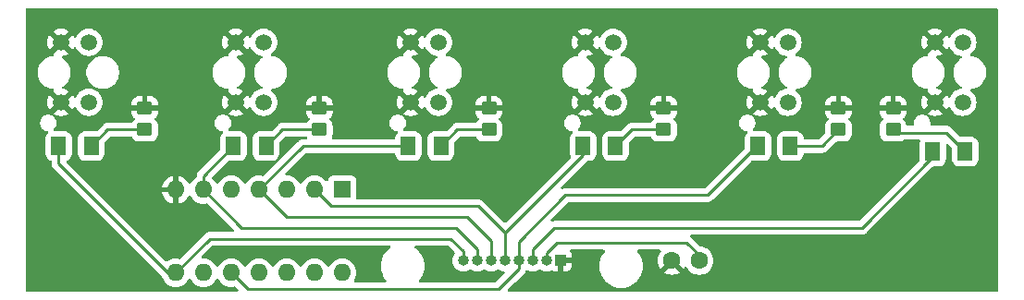
<source format=gbr>
%TF.GenerationSoftware,KiCad,Pcbnew,8.0.5*%
%TF.CreationDate,2024-10-02T14:58:55-03:00*%
%TF.ProjectId,modulo_sensor,6d6f6475-6c6f-45f7-9365-6e736f722e6b,rev?*%
%TF.SameCoordinates,Original*%
%TF.FileFunction,Copper,L1,Top*%
%TF.FilePolarity,Positive*%
%FSLAX46Y46*%
G04 Gerber Fmt 4.6, Leading zero omitted, Abs format (unit mm)*
G04 Created by KiCad (PCBNEW 8.0.5) date 2024-10-02 14:58:55*
%MOMM*%
%LPD*%
G01*
G04 APERTURE LIST*
G04 Aperture macros list*
%AMRoundRect*
0 Rectangle with rounded corners*
0 $1 Rounding radius*
0 $2 $3 $4 $5 $6 $7 $8 $9 X,Y pos of 4 corners*
0 Add a 4 corners polygon primitive as box body*
4,1,4,$2,$3,$4,$5,$6,$7,$8,$9,$2,$3,0*
0 Add four circle primitives for the rounded corners*
1,1,$1+$1,$2,$3*
1,1,$1+$1,$4,$5*
1,1,$1+$1,$6,$7*
1,1,$1+$1,$8,$9*
0 Add four rect primitives between the rounded corners*
20,1,$1+$1,$2,$3,$4,$5,0*
20,1,$1+$1,$4,$5,$6,$7,0*
20,1,$1+$1,$6,$7,$8,$9,0*
20,1,$1+$1,$8,$9,$2,$3,0*%
G04 Aperture macros list end*
%TA.AperFunction,ComponentPad*%
%ADD10R,1.000000X1.000000*%
%TD*%
%TA.AperFunction,ComponentPad*%
%ADD11O,1.000000X1.000000*%
%TD*%
%TA.AperFunction,SMDPad,CuDef*%
%ADD12RoundRect,0.250000X0.450000X-0.350000X0.450000X0.350000X-0.450000X0.350000X-0.450000X-0.350000X0*%
%TD*%
%TA.AperFunction,SMDPad,CuDef*%
%ADD13RoundRect,0.250001X0.462499X0.624999X-0.462499X0.624999X-0.462499X-0.624999X0.462499X-0.624999X0*%
%TD*%
%TA.AperFunction,ComponentPad*%
%ADD14R,1.600000X1.600000*%
%TD*%
%TA.AperFunction,ComponentPad*%
%ADD15O,1.600000X1.600000*%
%TD*%
%TA.AperFunction,ComponentPad*%
%ADD16C,1.600000*%
%TD*%
%TA.AperFunction,ComponentPad*%
%ADD17C,1.500000*%
%TD*%
%TA.AperFunction,Conductor*%
%ADD18C,0.250000*%
%TD*%
G04 APERTURE END LIST*
D10*
%TO.P,J1,1,Pin_1*%
%TO.N,GND*%
X103059983Y-80000000D03*
D11*
%TO.P,J1,2,Pin_2*%
%TO.N,vcc*%
X101789983Y-80000000D03*
%TO.P,J1,3,Pin_3*%
%TO.N,/Led_Sensor6*%
X100519983Y-80000000D03*
%TO.P,J1,4,Pin_4*%
%TO.N,/Led_Sensor5*%
X99249983Y-80000000D03*
%TO.P,J1,5,Pin_5*%
%TO.N,/Led_Sensor4*%
X97979983Y-80000000D03*
%TO.P,J1,6,Pin_6*%
%TO.N,/Led_Sensor3*%
X96709983Y-80000000D03*
%TO.P,J1,7,Pin_7*%
%TO.N,/Led_Sensor2*%
X95439983Y-80000000D03*
%TO.P,J1,8,Pin_8*%
%TO.N,/Led_Sensor1*%
X94169983Y-80000000D03*
%TD*%
D12*
%TO.P,R15,1*%
%TO.N,Net-(D3-K)*%
X96500000Y-68000000D03*
%TO.P,R15,2*%
%TO.N,GND*%
X96500000Y-66000000D03*
%TD*%
D13*
%TO.P,D2,1,K*%
%TO.N,Net-(D2-K)*%
X76097483Y-69500000D03*
%TO.P,D2,2,A*%
%TO.N,/Led_Sensor2*%
X73122483Y-69500000D03*
%TD*%
D12*
%TO.P,R18,1*%
%TO.N,Net-(D6-K)*%
X133500000Y-68000000D03*
%TO.P,R18,2*%
%TO.N,GND*%
X133500000Y-66000000D03*
%TD*%
D13*
%TO.P,D3,1,K*%
%TO.N,Net-(D3-K)*%
X92097483Y-69500000D03*
%TO.P,D3,2,A*%
%TO.N,/Led_Sensor3*%
X89122483Y-69500000D03*
%TD*%
%TO.P,D6,1,K*%
%TO.N,Net-(D6-K)*%
X140097483Y-70000000D03*
%TO.P,D6,2,A*%
%TO.N,/Led_Sensor6*%
X137122483Y-70000000D03*
%TD*%
D12*
%TO.P,R13,1*%
%TO.N,Net-(D1-K)*%
X65000000Y-68000000D03*
%TO.P,R13,2*%
%TO.N,GND*%
X65000000Y-66000000D03*
%TD*%
D13*
%TO.P,D4,1,K*%
%TO.N,Net-(D4-K)*%
X108097483Y-69500000D03*
%TO.P,D4,2,A*%
%TO.N,/Led_Sensor4*%
X105122483Y-69500000D03*
%TD*%
D12*
%TO.P,R17,1*%
%TO.N,Net-(D5-K)*%
X128500000Y-68000000D03*
%TO.P,R17,2*%
%TO.N,GND*%
X128500000Y-66000000D03*
%TD*%
%TO.P,R14,1*%
%TO.N,Net-(D2-K)*%
X81000000Y-68000000D03*
%TO.P,R14,2*%
%TO.N,GND*%
X81000000Y-66000000D03*
%TD*%
%TO.P,R16,1*%
%TO.N,Net-(D4-K)*%
X112500000Y-68000000D03*
%TO.P,R16,2*%
%TO.N,GND*%
X112500000Y-66000000D03*
%TD*%
D14*
%TO.P,U1,1,1A*%
%TO.N,/Sensor4*%
X83080000Y-73500000D03*
D15*
%TO.P,U1,2,1Y*%
%TO.N,/Led_Sensor4*%
X80540000Y-73500000D03*
%TO.P,U1,3,2A*%
%TO.N,/Sensor3*%
X78000000Y-73500000D03*
%TO.P,U1,4,2Y*%
%TO.N,/Led_Sensor3*%
X75460000Y-73500000D03*
%TO.P,U1,5,3A*%
%TO.N,/Sensor2*%
X72920000Y-73500000D03*
%TO.P,U1,6,3Y*%
%TO.N,/Led_Sensor2*%
X70380000Y-73500000D03*
%TO.P,U1,7,GND*%
%TO.N,GND*%
X67840000Y-73500000D03*
%TO.P,U1,8,4Y*%
%TO.N,/Led_Sensor1*%
X67840000Y-81120000D03*
%TO.P,U1,9,4A*%
%TO.N,/Sensor1*%
X70380000Y-81120000D03*
%TO.P,U1,10,5Y*%
%TO.N,/Led_Sensor5*%
X72920000Y-81120000D03*
%TO.P,U1,11,5A*%
%TO.N,/Sensor5*%
X75460000Y-81120000D03*
%TO.P,U1,12,6Y*%
%TO.N,/Led_Sensor6*%
X78000000Y-81120000D03*
%TO.P,U1,13,6A*%
%TO.N,/Sensor6*%
X80540000Y-81120000D03*
%TO.P,U1,14,VCC*%
%TO.N,vcc*%
X83080000Y-81120000D03*
%TD*%
D16*
%TO.P,C1,1*%
%TO.N,vcc*%
X115750000Y-80000000D03*
%TO.P,C1,2*%
%TO.N,GND*%
X113250000Y-80000000D03*
%TD*%
D13*
%TO.P,D5,1,K*%
%TO.N,Net-(D5-K)*%
X124097483Y-69500000D03*
%TO.P,D5,2,A*%
%TO.N,/Led_Sensor5*%
X121122483Y-69500000D03*
%TD*%
%TO.P,D1,1,K*%
%TO.N,Net-(D1-K)*%
X60097483Y-69500000D03*
%TO.P,D1,2,A*%
%TO.N,/Led_Sensor1*%
X57122483Y-69500000D03*
%TD*%
D17*
%TO.P,Sensor3,A*%
%TO.N,Net-(R5-Pad1)*%
X91879983Y-59990000D03*
%TO.P,Sensor3,CATH*%
%TO.N,GND*%
X89339983Y-59990000D03*
%TO.P,Sensor3,COLL*%
%TO.N,/Sensor3*%
X91879983Y-65490000D03*
%TO.P,Sensor3,E*%
%TO.N,GND*%
X89339983Y-65490000D03*
%TD*%
%TO.P,Sensor2,A*%
%TO.N,Net-(R3-Pad1)*%
X75879983Y-59990000D03*
%TO.P,Sensor2,CATH*%
%TO.N,GND*%
X73339983Y-59990000D03*
%TO.P,Sensor2,COLL*%
%TO.N,/Sensor2*%
X75879983Y-65490000D03*
%TO.P,Sensor2,E*%
%TO.N,GND*%
X73339983Y-65490000D03*
%TD*%
%TO.P,Sensor6,A*%
%TO.N,Net-(R11-Pad1)*%
X139879983Y-59990000D03*
%TO.P,Sensor6,CATH*%
%TO.N,GND*%
X137339983Y-59990000D03*
%TO.P,Sensor6,COLL*%
%TO.N,/Sensor6*%
X139879983Y-65490000D03*
%TO.P,Sensor6,E*%
%TO.N,GND*%
X137339983Y-65490000D03*
%TD*%
%TO.P,Sensor5,A*%
%TO.N,Net-(R9-Pad1)*%
X123879983Y-59990000D03*
%TO.P,Sensor5,CATH*%
%TO.N,GND*%
X121339983Y-59990000D03*
%TO.P,Sensor5,COLL*%
%TO.N,/Sensor5*%
X123879983Y-65490000D03*
%TO.P,Sensor5,E*%
%TO.N,GND*%
X121339983Y-65490000D03*
%TD*%
%TO.P,Sensor1,A*%
%TO.N,Net-(R1-Pad1)*%
X59879983Y-59990000D03*
%TO.P,Sensor1,CATH*%
%TO.N,GND*%
X57339983Y-59990000D03*
%TO.P,Sensor1,COLL*%
%TO.N,/Sensor1*%
X59879983Y-65490000D03*
%TO.P,Sensor1,E*%
%TO.N,GND*%
X57339983Y-65490000D03*
%TD*%
%TO.P,Sensor4,A*%
%TO.N,Net-(R7-Pad1)*%
X107879983Y-59990000D03*
%TO.P,Sensor4,CATH*%
%TO.N,GND*%
X105339983Y-59990000D03*
%TO.P,Sensor4,COLL*%
%TO.N,/Sensor4*%
X107879983Y-65490000D03*
%TO.P,Sensor4,E*%
%TO.N,GND*%
X105339983Y-65490000D03*
%TD*%
D18*
%TO.N,vcc*%
X102717606Y-78365271D02*
X114615271Y-78365271D01*
X114615271Y-78365271D02*
X116250000Y-80000000D01*
X101789983Y-79292894D02*
X102717606Y-78365271D01*
X101789983Y-80000000D02*
X101789983Y-79292894D01*
%TO.N,Net-(D1-K)*%
X61597483Y-68000000D02*
X60097483Y-69500000D01*
X65000000Y-68000000D02*
X61597483Y-68000000D01*
%TO.N,/Led_Sensor1*%
X67120000Y-81120000D02*
X57122483Y-71122483D01*
X57122483Y-71122483D02*
X57122483Y-69500000D01*
X67742483Y-81120000D02*
X67120000Y-81120000D01*
X94169983Y-79169983D02*
X94169983Y-80000000D01*
X93000000Y-78000000D02*
X94169983Y-79169983D01*
X67840000Y-81120000D02*
X70960000Y-78000000D01*
X70960000Y-78000000D02*
X93000000Y-78000000D01*
%TO.N,Net-(D2-K)*%
X77597483Y-68000000D02*
X76097483Y-69500000D01*
X81000000Y-68000000D02*
X77597483Y-68000000D01*
%TO.N,/Led_Sensor2*%
X70380000Y-72242483D02*
X73122483Y-69500000D01*
X73880000Y-77000000D02*
X70380000Y-73500000D01*
X95439983Y-78939983D02*
X93500000Y-77000000D01*
X95439983Y-80000000D02*
X95439983Y-78939983D01*
X93500000Y-77000000D02*
X73880000Y-77000000D01*
X70380000Y-73500000D02*
X70380000Y-72242483D01*
%TO.N,/Led_Sensor3*%
X96709983Y-78209983D02*
X94500000Y-76000000D01*
X75500000Y-73500000D02*
X79500000Y-69500000D01*
X96709983Y-80000000D02*
X96709983Y-78209983D01*
X79500000Y-69500000D02*
X89122483Y-69500000D01*
X77960000Y-76000000D02*
X75460000Y-73500000D01*
X94500000Y-76000000D02*
X77960000Y-76000000D01*
%TO.N,Net-(D3-K)*%
X96500000Y-68000000D02*
X93597483Y-68000000D01*
X93597483Y-68000000D02*
X92097483Y-69500000D01*
%TO.N,/Led_Sensor4*%
X95500000Y-75000000D02*
X97979983Y-77479983D01*
X97979983Y-77479983D02*
X97979983Y-80000000D01*
X105122483Y-69500000D02*
X105122483Y-70337483D01*
X80540000Y-73500000D02*
X82040000Y-75000000D01*
X97979983Y-79500000D02*
X97979983Y-77520017D01*
X105122483Y-70337483D02*
X97979983Y-77479983D01*
X82040000Y-75000000D02*
X95500000Y-75000000D01*
%TO.N,Net-(D4-K)*%
X112500000Y-68000000D02*
X109597483Y-68000000D01*
X109597483Y-68000000D02*
X108097483Y-69500000D01*
%TO.N,/Led_Sensor5*%
X72920000Y-81120000D02*
X74434730Y-82634730D01*
X99249983Y-78250017D02*
X99249983Y-80000000D01*
X97365270Y-82634730D02*
X99249983Y-80750017D01*
X99249983Y-80750017D02*
X99249983Y-80000000D01*
X103500000Y-74000000D02*
X99249983Y-78250017D01*
X116500000Y-74000000D02*
X103500000Y-74000000D01*
X121000000Y-69500000D02*
X116500000Y-74000000D01*
X74434730Y-82634730D02*
X97365270Y-82634730D01*
X121122483Y-69500000D02*
X121000000Y-69500000D01*
%TO.N,Net-(D5-K)*%
X124097483Y-69500000D02*
X127000000Y-69500000D01*
X127000000Y-69500000D02*
X128500000Y-68000000D01*
%TO.N,/Led_Sensor6*%
X100500000Y-79980017D02*
X100519983Y-80000000D01*
X137122483Y-70500000D02*
X130622483Y-77000000D01*
X100519983Y-78980017D02*
X100519983Y-80000000D01*
X130622483Y-77000000D02*
X102500000Y-77000000D01*
X137122483Y-70000000D02*
X137122483Y-70500000D01*
X102500000Y-77000000D02*
X100519983Y-78980017D01*
%TO.N,Net-(D6-K)*%
X138362483Y-68265000D02*
X133765000Y-68265000D01*
X133765000Y-68265000D02*
X133500000Y-68000000D01*
X140097483Y-70000000D02*
X138362483Y-68265000D01*
%TD*%
%TA.AperFunction,Conductor*%
%TO.N,GND*%
G36*
X74383107Y-60679570D02*
G01*
X74426649Y-60617388D01*
X74497323Y-60465825D01*
X74543495Y-60413386D01*
X74610689Y-60394233D01*
X74677570Y-60414448D01*
X74722088Y-60465824D01*
X74792880Y-60617638D01*
X74792881Y-60617639D01*
X74918385Y-60796877D01*
X75073106Y-60951598D01*
X75252344Y-61077102D01*
X75450653Y-61169575D01*
X75662006Y-61226207D01*
X75670324Y-61226934D01*
X75735391Y-61252381D01*
X75776373Y-61308970D01*
X75780256Y-61378731D01*
X75745806Y-61439518D01*
X75727460Y-61453749D01*
X75727492Y-61453793D01*
X75726101Y-61454803D01*
X75724328Y-61456179D01*
X75723559Y-61456649D01*
X75584516Y-61557670D01*
X75532473Y-61595483D01*
X75532471Y-61595485D01*
X75532470Y-61595485D01*
X75365468Y-61762487D01*
X75365468Y-61762488D01*
X75365466Y-61762490D01*
X75305845Y-61844550D01*
X75226640Y-61953566D01*
X75119416Y-62164003D01*
X75046429Y-62388631D01*
X75009483Y-62621902D01*
X75009483Y-62858097D01*
X75046429Y-63091368D01*
X75119416Y-63315996D01*
X75226640Y-63526433D01*
X75365466Y-63717510D01*
X75532473Y-63884517D01*
X75723543Y-64023338D01*
X75723550Y-64023343D01*
X75724312Y-64023810D01*
X75724540Y-64024062D01*
X75727492Y-64026207D01*
X75727041Y-64026827D01*
X75771187Y-64075623D01*
X75782608Y-64144553D01*
X75754951Y-64208715D01*
X75696995Y-64247739D01*
X75670330Y-64253064D01*
X75662006Y-64253793D01*
X75662003Y-64253793D01*
X75450660Y-64310422D01*
X75450651Y-64310426D01*
X75252344Y-64402898D01*
X75252340Y-64402900D01*
X75073104Y-64528402D01*
X74918385Y-64683121D01*
X74792883Y-64862357D01*
X74792883Y-64862358D01*
X74792881Y-64862361D01*
X74792881Y-64862362D01*
X74780180Y-64889597D01*
X74722088Y-65014176D01*
X74675915Y-65066615D01*
X74608721Y-65085766D01*
X74541840Y-65065550D01*
X74497324Y-65014175D01*
X74426650Y-64862614D01*
X74426649Y-64862612D01*
X74383107Y-64800428D01*
X74383107Y-64800427D01*
X73822945Y-65360589D01*
X73805908Y-65297007D01*
X73740082Y-65182993D01*
X73646990Y-65089901D01*
X73532976Y-65024075D01*
X73469392Y-65007037D01*
X74029554Y-64446874D01*
X73967370Y-64403333D01*
X73769142Y-64310898D01*
X73769133Y-64310894D01*
X73557877Y-64254289D01*
X73557870Y-64254288D01*
X73548912Y-64253504D01*
X73483845Y-64228047D01*
X73442869Y-64171454D01*
X73438995Y-64101692D01*
X73473452Y-64040910D01*
X73494957Y-64024236D01*
X73496397Y-64023352D01*
X73496416Y-64023343D01*
X73687493Y-63884517D01*
X73854500Y-63717510D01*
X73993326Y-63526433D01*
X74100551Y-63315992D01*
X74173536Y-63091368D01*
X74210483Y-62858097D01*
X74210483Y-62621902D01*
X74173536Y-62388631D01*
X74100549Y-62164003D01*
X73993325Y-61953566D01*
X73854500Y-61762490D01*
X73687493Y-61595483D01*
X73496416Y-61456657D01*
X73496410Y-61456654D01*
X73494943Y-61455755D01*
X73494498Y-61455264D01*
X73492474Y-61453793D01*
X73492782Y-61453367D01*
X73448064Y-61403946D01*
X73436637Y-61335017D01*
X73464290Y-61270852D01*
X73522243Y-61231824D01*
X73548920Y-61226495D01*
X73557866Y-61225712D01*
X73557877Y-61225710D01*
X73769133Y-61169105D01*
X73769147Y-61169100D01*
X73967366Y-61076669D01*
X73967368Y-61076668D01*
X74029554Y-61033124D01*
X73469393Y-60472962D01*
X73532976Y-60455925D01*
X73646990Y-60390099D01*
X73740082Y-60297007D01*
X73805908Y-60182993D01*
X73822945Y-60119409D01*
X74383107Y-60679570D01*
G37*
%TD.AperFunction*%
%TA.AperFunction,Conductor*%
G36*
X90383107Y-60679570D02*
G01*
X90426649Y-60617388D01*
X90497323Y-60465825D01*
X90543495Y-60413386D01*
X90610689Y-60394233D01*
X90677570Y-60414448D01*
X90722088Y-60465824D01*
X90792880Y-60617638D01*
X90792881Y-60617639D01*
X90918385Y-60796877D01*
X91073106Y-60951598D01*
X91252344Y-61077102D01*
X91450653Y-61169575D01*
X91662006Y-61226207D01*
X91670324Y-61226934D01*
X91735391Y-61252381D01*
X91776373Y-61308970D01*
X91780256Y-61378731D01*
X91745806Y-61439518D01*
X91727460Y-61453749D01*
X91727492Y-61453793D01*
X91726101Y-61454803D01*
X91724328Y-61456179D01*
X91723559Y-61456649D01*
X91584516Y-61557670D01*
X91532473Y-61595483D01*
X91532471Y-61595485D01*
X91532470Y-61595485D01*
X91365468Y-61762487D01*
X91365468Y-61762488D01*
X91365466Y-61762490D01*
X91305845Y-61844550D01*
X91226640Y-61953566D01*
X91119416Y-62164003D01*
X91046429Y-62388631D01*
X91009483Y-62621902D01*
X91009483Y-62858097D01*
X91046429Y-63091368D01*
X91119416Y-63315996D01*
X91226640Y-63526433D01*
X91365466Y-63717510D01*
X91532473Y-63884517D01*
X91723543Y-64023338D01*
X91723550Y-64023343D01*
X91724312Y-64023810D01*
X91724540Y-64024062D01*
X91727492Y-64026207D01*
X91727041Y-64026827D01*
X91771187Y-64075623D01*
X91782608Y-64144553D01*
X91754951Y-64208715D01*
X91696995Y-64247739D01*
X91670330Y-64253064D01*
X91662006Y-64253793D01*
X91662003Y-64253793D01*
X91450660Y-64310422D01*
X91450651Y-64310426D01*
X91252344Y-64402898D01*
X91252340Y-64402900D01*
X91073104Y-64528402D01*
X90918385Y-64683121D01*
X90792883Y-64862357D01*
X90792883Y-64862358D01*
X90792881Y-64862361D01*
X90792881Y-64862362D01*
X90780180Y-64889597D01*
X90722088Y-65014176D01*
X90675915Y-65066615D01*
X90608721Y-65085766D01*
X90541840Y-65065550D01*
X90497324Y-65014175D01*
X90426650Y-64862614D01*
X90426649Y-64862612D01*
X90383107Y-64800428D01*
X90383107Y-64800427D01*
X89822945Y-65360589D01*
X89805908Y-65297007D01*
X89740082Y-65182993D01*
X89646990Y-65089901D01*
X89532976Y-65024075D01*
X89469392Y-65007037D01*
X90029554Y-64446874D01*
X89967370Y-64403333D01*
X89769142Y-64310898D01*
X89769133Y-64310894D01*
X89557877Y-64254289D01*
X89557870Y-64254288D01*
X89548912Y-64253504D01*
X89483845Y-64228047D01*
X89442869Y-64171454D01*
X89438995Y-64101692D01*
X89473452Y-64040910D01*
X89494957Y-64024236D01*
X89496397Y-64023352D01*
X89496416Y-64023343D01*
X89687493Y-63884517D01*
X89854500Y-63717510D01*
X89993326Y-63526433D01*
X90100551Y-63315992D01*
X90173536Y-63091368D01*
X90210483Y-62858097D01*
X90210483Y-62621902D01*
X90173536Y-62388631D01*
X90100549Y-62164003D01*
X89993325Y-61953566D01*
X89854500Y-61762490D01*
X89687493Y-61595483D01*
X89496416Y-61456657D01*
X89496410Y-61456654D01*
X89494943Y-61455755D01*
X89494498Y-61455264D01*
X89492474Y-61453793D01*
X89492782Y-61453367D01*
X89448064Y-61403946D01*
X89436637Y-61335017D01*
X89464290Y-61270852D01*
X89522243Y-61231824D01*
X89548920Y-61226495D01*
X89557866Y-61225712D01*
X89557877Y-61225710D01*
X89769133Y-61169105D01*
X89769147Y-61169100D01*
X89967366Y-61076669D01*
X89967368Y-61076668D01*
X90029554Y-61033124D01*
X89469393Y-60472962D01*
X89532976Y-60455925D01*
X89646990Y-60390099D01*
X89740082Y-60297007D01*
X89805908Y-60182993D01*
X89822945Y-60119409D01*
X90383107Y-60679570D01*
G37*
%TD.AperFunction*%
%TA.AperFunction,Conductor*%
G36*
X106383107Y-60679570D02*
G01*
X106426649Y-60617388D01*
X106497323Y-60465825D01*
X106543495Y-60413386D01*
X106610689Y-60394233D01*
X106677570Y-60414448D01*
X106722088Y-60465824D01*
X106792880Y-60617638D01*
X106792881Y-60617639D01*
X106918385Y-60796877D01*
X107073106Y-60951598D01*
X107252344Y-61077102D01*
X107450653Y-61169575D01*
X107662006Y-61226207D01*
X107670324Y-61226934D01*
X107735391Y-61252381D01*
X107776373Y-61308970D01*
X107780256Y-61378731D01*
X107745806Y-61439518D01*
X107727460Y-61453749D01*
X107727492Y-61453793D01*
X107726101Y-61454803D01*
X107724328Y-61456179D01*
X107723559Y-61456649D01*
X107584516Y-61557670D01*
X107532473Y-61595483D01*
X107532471Y-61595485D01*
X107532470Y-61595485D01*
X107365468Y-61762487D01*
X107365468Y-61762488D01*
X107365466Y-61762490D01*
X107305845Y-61844550D01*
X107226640Y-61953566D01*
X107119416Y-62164003D01*
X107046429Y-62388631D01*
X107009483Y-62621902D01*
X107009483Y-62858097D01*
X107046429Y-63091368D01*
X107119416Y-63315996D01*
X107226640Y-63526433D01*
X107365466Y-63717510D01*
X107532473Y-63884517D01*
X107723543Y-64023338D01*
X107723550Y-64023343D01*
X107724312Y-64023810D01*
X107724540Y-64024062D01*
X107727492Y-64026207D01*
X107727041Y-64026827D01*
X107771187Y-64075623D01*
X107782608Y-64144553D01*
X107754951Y-64208715D01*
X107696995Y-64247739D01*
X107670330Y-64253064D01*
X107662006Y-64253793D01*
X107662003Y-64253793D01*
X107450660Y-64310422D01*
X107450651Y-64310426D01*
X107252344Y-64402898D01*
X107252340Y-64402900D01*
X107073104Y-64528402D01*
X106918385Y-64683121D01*
X106792883Y-64862357D01*
X106792883Y-64862358D01*
X106792881Y-64862361D01*
X106792881Y-64862362D01*
X106780180Y-64889597D01*
X106722088Y-65014176D01*
X106675915Y-65066615D01*
X106608721Y-65085766D01*
X106541840Y-65065550D01*
X106497324Y-65014175D01*
X106426650Y-64862614D01*
X106426649Y-64862612D01*
X106383107Y-64800428D01*
X106383107Y-64800427D01*
X105822945Y-65360589D01*
X105805908Y-65297007D01*
X105740082Y-65182993D01*
X105646990Y-65089901D01*
X105532976Y-65024075D01*
X105469392Y-65007037D01*
X106029554Y-64446874D01*
X105967370Y-64403333D01*
X105769142Y-64310898D01*
X105769133Y-64310894D01*
X105557877Y-64254289D01*
X105557870Y-64254288D01*
X105548912Y-64253504D01*
X105483845Y-64228047D01*
X105442869Y-64171454D01*
X105438995Y-64101692D01*
X105473452Y-64040910D01*
X105494957Y-64024236D01*
X105496397Y-64023352D01*
X105496416Y-64023343D01*
X105687493Y-63884517D01*
X105854500Y-63717510D01*
X105993326Y-63526433D01*
X106100551Y-63315992D01*
X106173536Y-63091368D01*
X106210483Y-62858097D01*
X106210483Y-62621902D01*
X106173536Y-62388631D01*
X106100549Y-62164003D01*
X105993325Y-61953566D01*
X105854500Y-61762490D01*
X105687493Y-61595483D01*
X105496416Y-61456657D01*
X105496410Y-61456654D01*
X105494943Y-61455755D01*
X105494498Y-61455264D01*
X105492474Y-61453793D01*
X105492782Y-61453367D01*
X105448064Y-61403946D01*
X105436637Y-61335017D01*
X105464290Y-61270852D01*
X105522243Y-61231824D01*
X105548920Y-61226495D01*
X105557866Y-61225712D01*
X105557877Y-61225710D01*
X105769133Y-61169105D01*
X105769147Y-61169100D01*
X105967366Y-61076669D01*
X105967368Y-61076668D01*
X106029554Y-61033124D01*
X105469393Y-60472962D01*
X105532976Y-60455925D01*
X105646990Y-60390099D01*
X105740082Y-60297007D01*
X105805908Y-60182993D01*
X105822945Y-60119409D01*
X106383107Y-60679570D01*
G37*
%TD.AperFunction*%
%TA.AperFunction,Conductor*%
G36*
X122383107Y-60679570D02*
G01*
X122426649Y-60617388D01*
X122497323Y-60465825D01*
X122543495Y-60413386D01*
X122610689Y-60394233D01*
X122677570Y-60414448D01*
X122722088Y-60465824D01*
X122792880Y-60617638D01*
X122792881Y-60617639D01*
X122918385Y-60796877D01*
X123073106Y-60951598D01*
X123252344Y-61077102D01*
X123450653Y-61169575D01*
X123662006Y-61226207D01*
X123670324Y-61226934D01*
X123735391Y-61252381D01*
X123776373Y-61308970D01*
X123780256Y-61378731D01*
X123745806Y-61439518D01*
X123727460Y-61453749D01*
X123727492Y-61453793D01*
X123726101Y-61454803D01*
X123724328Y-61456179D01*
X123723559Y-61456649D01*
X123584516Y-61557670D01*
X123532473Y-61595483D01*
X123532471Y-61595485D01*
X123532470Y-61595485D01*
X123365468Y-61762487D01*
X123365468Y-61762488D01*
X123365466Y-61762490D01*
X123305845Y-61844550D01*
X123226640Y-61953566D01*
X123119416Y-62164003D01*
X123046429Y-62388631D01*
X123009483Y-62621902D01*
X123009483Y-62858097D01*
X123046429Y-63091368D01*
X123119416Y-63315996D01*
X123226640Y-63526433D01*
X123365466Y-63717510D01*
X123532473Y-63884517D01*
X123723543Y-64023338D01*
X123723550Y-64023343D01*
X123724312Y-64023810D01*
X123724540Y-64024062D01*
X123727492Y-64026207D01*
X123727041Y-64026827D01*
X123771187Y-64075623D01*
X123782608Y-64144553D01*
X123754951Y-64208715D01*
X123696995Y-64247739D01*
X123670330Y-64253064D01*
X123662006Y-64253793D01*
X123662003Y-64253793D01*
X123450660Y-64310422D01*
X123450651Y-64310426D01*
X123252344Y-64402898D01*
X123252340Y-64402900D01*
X123073104Y-64528402D01*
X122918385Y-64683121D01*
X122792883Y-64862357D01*
X122792883Y-64862358D01*
X122792881Y-64862361D01*
X122792881Y-64862362D01*
X122780180Y-64889597D01*
X122722088Y-65014176D01*
X122675915Y-65066615D01*
X122608721Y-65085766D01*
X122541840Y-65065550D01*
X122497324Y-65014175D01*
X122426650Y-64862614D01*
X122426649Y-64862612D01*
X122383107Y-64800428D01*
X122383107Y-64800427D01*
X121822945Y-65360589D01*
X121805908Y-65297007D01*
X121740082Y-65182993D01*
X121646990Y-65089901D01*
X121532976Y-65024075D01*
X121469392Y-65007037D01*
X122029554Y-64446874D01*
X121967370Y-64403333D01*
X121769142Y-64310898D01*
X121769133Y-64310894D01*
X121557877Y-64254289D01*
X121557870Y-64254288D01*
X121548912Y-64253504D01*
X121483845Y-64228047D01*
X121442869Y-64171454D01*
X121438995Y-64101692D01*
X121473452Y-64040910D01*
X121494957Y-64024236D01*
X121496397Y-64023352D01*
X121496416Y-64023343D01*
X121687493Y-63884517D01*
X121854500Y-63717510D01*
X121993326Y-63526433D01*
X122100551Y-63315992D01*
X122173536Y-63091368D01*
X122210483Y-62858097D01*
X122210483Y-62621902D01*
X122173536Y-62388631D01*
X122100549Y-62164003D01*
X121993325Y-61953566D01*
X121854500Y-61762490D01*
X121687493Y-61595483D01*
X121496416Y-61456657D01*
X121496410Y-61456654D01*
X121494943Y-61455755D01*
X121494498Y-61455264D01*
X121492474Y-61453793D01*
X121492782Y-61453367D01*
X121448064Y-61403946D01*
X121436637Y-61335017D01*
X121464290Y-61270852D01*
X121522243Y-61231824D01*
X121548920Y-61226495D01*
X121557866Y-61225712D01*
X121557877Y-61225710D01*
X121769133Y-61169105D01*
X121769147Y-61169100D01*
X121967366Y-61076669D01*
X121967368Y-61076668D01*
X122029554Y-61033124D01*
X121469393Y-60472962D01*
X121532976Y-60455925D01*
X121646990Y-60390099D01*
X121740082Y-60297007D01*
X121805908Y-60182993D01*
X121822945Y-60119409D01*
X122383107Y-60679570D01*
G37*
%TD.AperFunction*%
%TA.AperFunction,Conductor*%
G36*
X138383107Y-60679570D02*
G01*
X138426649Y-60617388D01*
X138497323Y-60465825D01*
X138543495Y-60413386D01*
X138610689Y-60394233D01*
X138677570Y-60414448D01*
X138722088Y-60465824D01*
X138792880Y-60617638D01*
X138792881Y-60617639D01*
X138918385Y-60796877D01*
X139073106Y-60951598D01*
X139252344Y-61077102D01*
X139450653Y-61169575D01*
X139662006Y-61226207D01*
X139670324Y-61226934D01*
X139735391Y-61252381D01*
X139776373Y-61308970D01*
X139780256Y-61378731D01*
X139745806Y-61439518D01*
X139727460Y-61453749D01*
X139727492Y-61453793D01*
X139726101Y-61454803D01*
X139724328Y-61456179D01*
X139723559Y-61456649D01*
X139584516Y-61557670D01*
X139532473Y-61595483D01*
X139532471Y-61595485D01*
X139532470Y-61595485D01*
X139365468Y-61762487D01*
X139365468Y-61762488D01*
X139365466Y-61762490D01*
X139305845Y-61844550D01*
X139226640Y-61953566D01*
X139119416Y-62164003D01*
X139046429Y-62388631D01*
X139009483Y-62621902D01*
X139009483Y-62858097D01*
X139046429Y-63091368D01*
X139119416Y-63315996D01*
X139226640Y-63526433D01*
X139365466Y-63717510D01*
X139532473Y-63884517D01*
X139723543Y-64023338D01*
X139723550Y-64023343D01*
X139724312Y-64023810D01*
X139724540Y-64024062D01*
X139727492Y-64026207D01*
X139727041Y-64026827D01*
X139771187Y-64075623D01*
X139782608Y-64144553D01*
X139754951Y-64208715D01*
X139696995Y-64247739D01*
X139670330Y-64253064D01*
X139662006Y-64253793D01*
X139662003Y-64253793D01*
X139450660Y-64310422D01*
X139450651Y-64310426D01*
X139252344Y-64402898D01*
X139252340Y-64402900D01*
X139073104Y-64528402D01*
X138918385Y-64683121D01*
X138792883Y-64862357D01*
X138792883Y-64862358D01*
X138792881Y-64862361D01*
X138792881Y-64862362D01*
X138780180Y-64889597D01*
X138722088Y-65014176D01*
X138675915Y-65066615D01*
X138608721Y-65085766D01*
X138541840Y-65065550D01*
X138497324Y-65014175D01*
X138426650Y-64862614D01*
X138426649Y-64862612D01*
X138383107Y-64800428D01*
X138383107Y-64800427D01*
X137822945Y-65360589D01*
X137805908Y-65297007D01*
X137740082Y-65182993D01*
X137646990Y-65089901D01*
X137532976Y-65024075D01*
X137469392Y-65007037D01*
X138029554Y-64446874D01*
X137967370Y-64403333D01*
X137769142Y-64310898D01*
X137769133Y-64310894D01*
X137557877Y-64254289D01*
X137557870Y-64254288D01*
X137548912Y-64253504D01*
X137483845Y-64228047D01*
X137442869Y-64171454D01*
X137438995Y-64101692D01*
X137473452Y-64040910D01*
X137494957Y-64024236D01*
X137496397Y-64023352D01*
X137496416Y-64023343D01*
X137687493Y-63884517D01*
X137854500Y-63717510D01*
X137993326Y-63526433D01*
X138100551Y-63315992D01*
X138173536Y-63091368D01*
X138210483Y-62858097D01*
X138210483Y-62621902D01*
X138173536Y-62388631D01*
X138100549Y-62164003D01*
X137993325Y-61953566D01*
X137854500Y-61762490D01*
X137687493Y-61595483D01*
X137496416Y-61456657D01*
X137496410Y-61456654D01*
X137494943Y-61455755D01*
X137494498Y-61455264D01*
X137492474Y-61453793D01*
X137492782Y-61453367D01*
X137448064Y-61403946D01*
X137436637Y-61335017D01*
X137464290Y-61270852D01*
X137522243Y-61231824D01*
X137548920Y-61226495D01*
X137557866Y-61225712D01*
X137557877Y-61225710D01*
X137769133Y-61169105D01*
X137769147Y-61169100D01*
X137967366Y-61076669D01*
X137967368Y-61076668D01*
X138029554Y-61033124D01*
X137469393Y-60472962D01*
X137532976Y-60455925D01*
X137646990Y-60390099D01*
X137740082Y-60297007D01*
X137805908Y-60182993D01*
X137822945Y-60119409D01*
X138383107Y-60679570D01*
G37*
%TD.AperFunction*%
%TA.AperFunction,Conductor*%
G36*
X143052522Y-56860185D02*
G01*
X143098277Y-56912989D01*
X143109483Y-56964500D01*
X143109483Y-82715500D01*
X143089798Y-82782539D01*
X143036994Y-82828294D01*
X142985483Y-82839500D01*
X98344452Y-82839500D01*
X98277413Y-82819815D01*
X98231658Y-82767011D01*
X98221714Y-82697853D01*
X98250739Y-82634297D01*
X98256771Y-82627819D01*
X98890529Y-81994062D01*
X99735841Y-81148750D01*
X99804295Y-81046302D01*
X99831915Y-80979620D01*
X99851446Y-80932469D01*
X99851446Y-80932464D01*
X99851774Y-80931675D01*
X99895615Y-80877271D01*
X99961909Y-80855205D01*
X100024787Y-80869767D01*
X100105996Y-80913174D01*
X100131422Y-80926765D01*
X100135256Y-80928814D01*
X100323851Y-80986024D01*
X100519983Y-81005341D01*
X100716115Y-80986024D01*
X100904710Y-80928814D01*
X101078521Y-80835910D01*
X101078527Y-80835904D01*
X101083590Y-80832523D01*
X101084686Y-80834164D01*
X101140622Y-80810405D01*
X101209490Y-80822194D01*
X101226131Y-80832888D01*
X101226376Y-80832523D01*
X101231441Y-80835907D01*
X101231445Y-80835910D01*
X101375996Y-80913174D01*
X101401422Y-80926765D01*
X101405256Y-80928814D01*
X101593851Y-80986024D01*
X101789983Y-81005341D01*
X101986115Y-80986024D01*
X102174710Y-80928814D01*
X102177321Y-80927418D01*
X102178847Y-80927100D01*
X102180338Y-80926483D01*
X102180455Y-80926765D01*
X102245720Y-80913174D01*
X102310089Y-80937510D01*
X102317891Y-80943351D01*
X102452606Y-80993597D01*
X102452610Y-80993598D01*
X102512138Y-80999999D01*
X102512155Y-81000000D01*
X102809983Y-81000000D01*
X103309983Y-81000000D01*
X103607811Y-81000000D01*
X103607827Y-80999999D01*
X103667355Y-80993598D01*
X103667362Y-80993596D01*
X103802069Y-80943354D01*
X103802076Y-80943350D01*
X103917170Y-80857190D01*
X103917173Y-80857187D01*
X104003333Y-80742093D01*
X104003337Y-80742086D01*
X104053579Y-80607379D01*
X104053581Y-80607372D01*
X104059982Y-80547844D01*
X104059983Y-80547827D01*
X104059983Y-80250000D01*
X103309983Y-80250000D01*
X103309983Y-81000000D01*
X102809983Y-81000000D01*
X102809983Y-80209618D01*
X102860429Y-80260064D01*
X102934538Y-80302851D01*
X103017196Y-80325000D01*
X103102770Y-80325000D01*
X103185428Y-80302851D01*
X103259537Y-80260064D01*
X103320047Y-80199554D01*
X103362834Y-80125445D01*
X103384983Y-80042787D01*
X103384983Y-79957213D01*
X103362834Y-79874555D01*
X103320047Y-79800446D01*
X103269601Y-79750000D01*
X104059983Y-79750000D01*
X104059983Y-79452172D01*
X104059982Y-79452155D01*
X104053581Y-79392627D01*
X104053579Y-79392620D01*
X104003337Y-79257913D01*
X104003333Y-79257906D01*
X103951811Y-79189082D01*
X103927393Y-79123618D01*
X103942244Y-79055345D01*
X103991649Y-79005939D01*
X104051077Y-78990771D01*
X106993123Y-78990771D01*
X107060162Y-79010456D01*
X107105917Y-79063260D01*
X107115861Y-79132418D01*
X107092390Y-79189081D01*
X106922758Y-79415682D01*
X106922753Y-79415690D01*
X106785618Y-79666833D01*
X106685611Y-79934962D01*
X106624787Y-80214566D01*
X106604373Y-80499998D01*
X106604373Y-80500001D01*
X106624787Y-80785433D01*
X106685611Y-81065037D01*
X106685613Y-81065043D01*
X106685614Y-81065046D01*
X106767889Y-81285633D01*
X106785618Y-81333166D01*
X106922753Y-81584309D01*
X106922758Y-81584317D01*
X107094237Y-81813387D01*
X107094253Y-81813405D01*
X107296577Y-82015729D01*
X107296595Y-82015745D01*
X107525665Y-82187224D01*
X107525673Y-82187229D01*
X107776816Y-82324364D01*
X107776815Y-82324364D01*
X107776819Y-82324365D01*
X107776822Y-82324367D01*
X108044937Y-82424369D01*
X108044943Y-82424370D01*
X108044945Y-82424371D01*
X108324549Y-82485195D01*
X108324551Y-82485195D01*
X108324555Y-82485196D01*
X108578203Y-82503337D01*
X108609982Y-82505610D01*
X108609983Y-82505610D01*
X108609984Y-82505610D01*
X108638578Y-82503564D01*
X108895411Y-82485196D01*
X109175029Y-82424369D01*
X109443144Y-82324367D01*
X109694298Y-82187226D01*
X109923378Y-82015739D01*
X110125722Y-81813395D01*
X110297209Y-81584315D01*
X110434350Y-81333161D01*
X110534352Y-81065046D01*
X110538429Y-81046306D01*
X110595178Y-80785433D01*
X110595178Y-80785432D01*
X110595179Y-80785428D01*
X110615593Y-80500000D01*
X110595179Y-80214572D01*
X110548502Y-80000002D01*
X110534354Y-79934962D01*
X110534353Y-79934960D01*
X110534352Y-79934954D01*
X110434350Y-79666839D01*
X110372561Y-79553682D01*
X110297212Y-79415690D01*
X110297207Y-79415682D01*
X110127576Y-79189081D01*
X110103159Y-79123617D01*
X110118011Y-79055344D01*
X110167416Y-79005939D01*
X110226843Y-78990771D01*
X112131461Y-78990771D01*
X112198500Y-79010456D01*
X112244255Y-79063260D01*
X112254199Y-79132418D01*
X112233036Y-79185895D01*
X112119866Y-79347517D01*
X112023734Y-79553673D01*
X112023730Y-79553682D01*
X111964860Y-79773389D01*
X111964858Y-79773400D01*
X111945034Y-79999997D01*
X111945034Y-80000002D01*
X111964858Y-80226599D01*
X111964860Y-80226610D01*
X112023730Y-80446317D01*
X112023735Y-80446331D01*
X112119863Y-80652478D01*
X112170974Y-80725472D01*
X112850000Y-80046446D01*
X112850000Y-80052661D01*
X112877259Y-80154394D01*
X112929920Y-80245606D01*
X113004394Y-80320080D01*
X113095606Y-80372741D01*
X113197339Y-80400000D01*
X113203553Y-80400000D01*
X112524526Y-81079025D01*
X112597513Y-81130132D01*
X112597521Y-81130136D01*
X112803668Y-81226264D01*
X112803682Y-81226269D01*
X113023389Y-81285139D01*
X113023400Y-81285141D01*
X113249998Y-81304966D01*
X113250002Y-81304966D01*
X113476599Y-81285141D01*
X113476610Y-81285139D01*
X113696317Y-81226269D01*
X113696331Y-81226264D01*
X113902478Y-81130136D01*
X113975471Y-81079024D01*
X113296447Y-80400000D01*
X113302661Y-80400000D01*
X113404394Y-80372741D01*
X113495606Y-80320080D01*
X113570080Y-80245606D01*
X113622741Y-80154394D01*
X113650000Y-80052661D01*
X113650000Y-80046447D01*
X114329024Y-80725471D01*
X114380134Y-80652481D01*
X114387340Y-80637028D01*
X114433511Y-80584587D01*
X114500704Y-80565433D01*
X114567585Y-80585646D01*
X114612105Y-80637022D01*
X114619430Y-80652730D01*
X114619432Y-80652734D01*
X114749954Y-80839141D01*
X114910858Y-81000045D01*
X114910861Y-81000047D01*
X115097266Y-81130568D01*
X115303504Y-81226739D01*
X115523308Y-81285635D01*
X115685230Y-81299801D01*
X115749998Y-81305468D01*
X115750000Y-81305468D01*
X115750002Y-81305468D01*
X115806673Y-81300509D01*
X115976692Y-81285635D01*
X116196496Y-81226739D01*
X116402734Y-81130568D01*
X116589139Y-81000047D01*
X116750047Y-80839139D01*
X116880568Y-80652734D01*
X116976739Y-80446496D01*
X117035635Y-80226692D01*
X117055468Y-80000000D01*
X117054543Y-79989432D01*
X117049777Y-79934954D01*
X117035635Y-79773308D01*
X116976739Y-79553504D01*
X116880568Y-79347266D01*
X116750047Y-79160861D01*
X116750045Y-79160858D01*
X116589141Y-78999954D01*
X116402734Y-78869432D01*
X116402732Y-78869431D01*
X116196497Y-78773261D01*
X116196488Y-78773258D01*
X115976697Y-78714366D01*
X115976687Y-78714364D01*
X115881665Y-78706050D01*
X115816597Y-78680597D01*
X115804793Y-78670203D01*
X115105469Y-77970879D01*
X115105449Y-77970857D01*
X115014007Y-77879415D01*
X115014003Y-77879412D01*
X114973879Y-77852602D01*
X114929074Y-77798990D01*
X114920367Y-77729665D01*
X114950521Y-77666638D01*
X115009964Y-77629918D01*
X115042770Y-77625500D01*
X130684091Y-77625500D01*
X130684091Y-77625499D01*
X130769456Y-77608520D01*
X130769458Y-77608520D01*
X130779592Y-77606503D01*
X130804935Y-77601463D01*
X130845928Y-77584483D01*
X130918769Y-77554312D01*
X130969992Y-77520084D01*
X131021216Y-77485858D01*
X131108341Y-77398733D01*
X131108342Y-77398731D01*
X131115408Y-77391665D01*
X131115410Y-77391661D01*
X137095254Y-71411819D01*
X137156577Y-71378334D01*
X137182935Y-71375500D01*
X137634986Y-71375500D01*
X137634991Y-71375500D01*
X137737780Y-71364999D01*
X137904317Y-71309814D01*
X138053638Y-71217711D01*
X138177694Y-71093655D01*
X138269797Y-70944334D01*
X138324982Y-70777797D01*
X138335483Y-70675008D01*
X138335483Y-69421952D01*
X138355168Y-69354913D01*
X138407972Y-69309158D01*
X138477130Y-69299214D01*
X138540686Y-69328239D01*
X138547164Y-69334271D01*
X138848164Y-69635271D01*
X138881649Y-69696594D01*
X138884483Y-69722952D01*
X138884483Y-70675015D01*
X138894983Y-70777795D01*
X138894984Y-70777797D01*
X138905594Y-70809815D01*
X138950169Y-70944335D01*
X138950170Y-70944337D01*
X139042269Y-71093651D01*
X139042272Y-71093655D01*
X139166327Y-71217710D01*
X139166331Y-71217713D01*
X139315645Y-71309812D01*
X139315647Y-71309813D01*
X139315649Y-71309814D01*
X139482186Y-71364999D01*
X139584975Y-71375500D01*
X139584980Y-71375500D01*
X140609986Y-71375500D01*
X140609991Y-71375500D01*
X140712780Y-71364999D01*
X140879317Y-71309814D01*
X141028638Y-71217711D01*
X141152694Y-71093655D01*
X141244797Y-70944334D01*
X141299982Y-70777797D01*
X141310483Y-70675008D01*
X141310483Y-69324992D01*
X141299982Y-69222203D01*
X141244797Y-69055666D01*
X141243463Y-69053504D01*
X141152696Y-68906348D01*
X141152693Y-68906344D01*
X141028638Y-68782289D01*
X141028634Y-68782286D01*
X140879320Y-68690187D01*
X140879318Y-68690186D01*
X140743513Y-68645185D01*
X140712780Y-68635001D01*
X140712778Y-68635000D01*
X140609998Y-68624500D01*
X140609991Y-68624500D01*
X139657935Y-68624500D01*
X139590896Y-68604815D01*
X139570254Y-68588181D01*
X138855411Y-67873338D01*
X138855408Y-67873334D01*
X138855408Y-67873335D01*
X138848341Y-67866268D01*
X138848341Y-67866267D01*
X138761216Y-67779142D01*
X138761215Y-67779141D01*
X138761214Y-67779140D01*
X138709992Y-67744915D01*
X138658770Y-67710689D01*
X138658769Y-67710688D01*
X138658766Y-67710686D01*
X138658763Y-67710685D01*
X138578275Y-67677347D01*
X138544936Y-67663537D01*
X138534910Y-67661543D01*
X138484512Y-67651518D01*
X138424093Y-67639500D01*
X138424090Y-67639500D01*
X138424089Y-67639500D01*
X137026652Y-67639500D01*
X136959613Y-67619815D01*
X136913858Y-67567011D01*
X136903914Y-67497853D01*
X136905035Y-67491308D01*
X136910483Y-67463918D01*
X136910483Y-67316079D01*
X136881642Y-67171092D01*
X136881641Y-67171091D01*
X136881641Y-67171087D01*
X136834504Y-67057288D01*
X136825070Y-67034511D01*
X136825063Y-67034498D01*
X136742934Y-66911584D01*
X136742931Y-66911580D01*
X136639161Y-66807810D01*
X136605676Y-66746487D01*
X136609895Y-66687486D01*
X136592701Y-66705235D01*
X136524673Y-66721168D01*
X136484104Y-66711920D01*
X136378900Y-66668343D01*
X136378890Y-66668340D01*
X136233903Y-66639500D01*
X136233901Y-66639500D01*
X136086065Y-66639500D01*
X136086063Y-66639500D01*
X135941075Y-66668340D01*
X135941065Y-66668343D01*
X135804494Y-66724912D01*
X135804481Y-66724919D01*
X135681567Y-66807048D01*
X135681563Y-66807051D01*
X135577034Y-66911580D01*
X135577031Y-66911584D01*
X135494902Y-67034498D01*
X135494895Y-67034511D01*
X135438326Y-67171082D01*
X135438323Y-67171092D01*
X135409483Y-67316079D01*
X135409483Y-67463918D01*
X135414931Y-67491308D01*
X135408704Y-67560899D01*
X135365842Y-67616077D01*
X135299952Y-67639322D01*
X135293314Y-67639500D01*
X134816513Y-67639500D01*
X134749474Y-67619815D01*
X134703719Y-67567011D01*
X134693155Y-67528100D01*
X134689999Y-67497203D01*
X134689998Y-67497200D01*
X134672929Y-67445689D01*
X134634814Y-67330666D01*
X134542712Y-67181344D01*
X134448695Y-67087327D01*
X134415210Y-67026004D01*
X134420194Y-66956312D01*
X134448695Y-66911964D01*
X134542317Y-66818342D01*
X134634356Y-66669124D01*
X134634358Y-66669119D01*
X134689505Y-66502697D01*
X134689506Y-66502690D01*
X134699999Y-66399986D01*
X134700000Y-66399973D01*
X134700000Y-66250000D01*
X132300001Y-66250000D01*
X132300001Y-66399986D01*
X132310494Y-66502697D01*
X132365641Y-66669119D01*
X132365643Y-66669124D01*
X132457684Y-66818345D01*
X132551304Y-66911965D01*
X132584789Y-66973288D01*
X132579805Y-67042980D01*
X132551305Y-67087327D01*
X132457287Y-67181345D01*
X132365187Y-67330663D01*
X132365185Y-67330668D01*
X132350661Y-67374500D01*
X132310001Y-67497203D01*
X132310001Y-67497204D01*
X132310000Y-67497204D01*
X132299500Y-67599983D01*
X132299500Y-68400001D01*
X132299501Y-68400019D01*
X132310000Y-68502796D01*
X132310001Y-68502799D01*
X132365185Y-68669331D01*
X132365187Y-68669336D01*
X132378048Y-68690187D01*
X132457288Y-68818656D01*
X132581344Y-68942712D01*
X132730666Y-69034814D01*
X132897203Y-69089999D01*
X132999991Y-69100500D01*
X134000008Y-69100499D01*
X134000016Y-69100498D01*
X134000019Y-69100498D01*
X134056302Y-69094748D01*
X134102797Y-69089999D01*
X134269334Y-69034814D01*
X134418656Y-68942712D01*
X134434549Y-68926819D01*
X134495872Y-68893334D01*
X134522230Y-68890500D01*
X135858180Y-68890500D01*
X135925219Y-68910185D01*
X135970974Y-68962989D01*
X135980918Y-69032147D01*
X135975886Y-69053504D01*
X135975171Y-69055662D01*
X135975169Y-69055666D01*
X135919984Y-69222203D01*
X135919984Y-69222204D01*
X135919983Y-69222204D01*
X135909483Y-69324984D01*
X135909483Y-70675017D01*
X135917713Y-70755572D01*
X135904943Y-70824265D01*
X135882036Y-70855855D01*
X130399712Y-76338181D01*
X130338389Y-76371666D01*
X130312031Y-76374500D01*
X102438389Y-76374500D01*
X102377971Y-76386518D01*
X102334222Y-76395220D01*
X102317531Y-76398540D01*
X102315410Y-76399184D01*
X102314246Y-76399194D01*
X102311573Y-76399726D01*
X102311472Y-76399218D01*
X102245544Y-76399797D01*
X102186436Y-76362540D01*
X102156855Y-76299241D01*
X102166191Y-76229998D01*
X102191748Y-76192842D01*
X103722772Y-74661819D01*
X103784095Y-74628334D01*
X103810453Y-74625500D01*
X116561607Y-74625500D01*
X116622029Y-74613481D01*
X116682452Y-74601463D01*
X116682455Y-74601461D01*
X116682458Y-74601461D01*
X116715787Y-74587654D01*
X116715786Y-74587654D01*
X116715792Y-74587652D01*
X116796286Y-74554312D01*
X116847509Y-74520084D01*
X116898733Y-74485858D01*
X116985858Y-74398733D01*
X116985859Y-74398731D01*
X116992925Y-74391665D01*
X116992928Y-74391661D01*
X120476776Y-70907812D01*
X120538097Y-70874329D01*
X120577059Y-70872137D01*
X120609975Y-70875500D01*
X120609979Y-70875500D01*
X121634986Y-70875500D01*
X121634991Y-70875500D01*
X121737780Y-70864999D01*
X121904317Y-70809814D01*
X122053638Y-70717711D01*
X122177694Y-70593655D01*
X122269797Y-70444334D01*
X122324982Y-70277797D01*
X122335483Y-70175008D01*
X122335483Y-68824992D01*
X122335482Y-68824984D01*
X122884483Y-68824984D01*
X122884483Y-70175015D01*
X122894983Y-70277795D01*
X122894984Y-70277796D01*
X122950169Y-70444335D01*
X122950170Y-70444337D01*
X123042269Y-70593651D01*
X123042272Y-70593655D01*
X123166327Y-70717710D01*
X123166331Y-70717713D01*
X123315645Y-70809812D01*
X123315647Y-70809813D01*
X123315649Y-70809814D01*
X123482186Y-70864999D01*
X123584975Y-70875500D01*
X123584980Y-70875500D01*
X124609986Y-70875500D01*
X124609991Y-70875500D01*
X124712780Y-70864999D01*
X124879317Y-70809814D01*
X125028638Y-70717711D01*
X125152694Y-70593655D01*
X125244797Y-70444334D01*
X125299982Y-70277797D01*
X125304160Y-70236897D01*
X125330556Y-70172207D01*
X125387736Y-70132055D01*
X125427518Y-70125500D01*
X127061607Y-70125500D01*
X127122029Y-70113481D01*
X127182452Y-70101463D01*
X127182455Y-70101461D01*
X127182458Y-70101461D01*
X127215787Y-70087654D01*
X127215786Y-70087654D01*
X127215792Y-70087652D01*
X127296286Y-70054312D01*
X127347509Y-70020084D01*
X127398733Y-69985858D01*
X127485858Y-69898733D01*
X127485858Y-69898731D01*
X127496066Y-69888524D01*
X127496068Y-69888521D01*
X128247771Y-69136818D01*
X128309094Y-69103333D01*
X128335452Y-69100499D01*
X129000002Y-69100499D01*
X129000008Y-69100499D01*
X129102797Y-69089999D01*
X129269334Y-69034814D01*
X129418656Y-68942712D01*
X129542712Y-68818656D01*
X129634814Y-68669334D01*
X129689999Y-68502797D01*
X129700500Y-68400009D01*
X129700499Y-67599992D01*
X129689999Y-67497203D01*
X129634814Y-67330666D01*
X129542712Y-67181344D01*
X129448695Y-67087327D01*
X129415210Y-67026004D01*
X129420194Y-66956312D01*
X129448695Y-66911964D01*
X129542317Y-66818342D01*
X129634356Y-66669124D01*
X129634358Y-66669119D01*
X129689505Y-66502697D01*
X129689506Y-66502690D01*
X129699999Y-66399986D01*
X129700000Y-66399973D01*
X129700000Y-66250000D01*
X127300001Y-66250000D01*
X127300001Y-66399986D01*
X127310494Y-66502697D01*
X127365641Y-66669119D01*
X127365643Y-66669124D01*
X127457684Y-66818345D01*
X127551304Y-66911965D01*
X127584789Y-66973288D01*
X127579805Y-67042980D01*
X127551305Y-67087327D01*
X127457287Y-67181345D01*
X127365187Y-67330663D01*
X127365185Y-67330668D01*
X127350661Y-67374500D01*
X127310001Y-67497203D01*
X127310001Y-67497204D01*
X127310000Y-67497204D01*
X127299500Y-67599983D01*
X127299500Y-68264546D01*
X127279815Y-68331585D01*
X127263180Y-68352227D01*
X126882557Y-68732853D01*
X126777229Y-68838181D01*
X126715906Y-68871666D01*
X126689548Y-68874500D01*
X125427518Y-68874500D01*
X125360479Y-68854815D01*
X125314724Y-68802011D01*
X125304160Y-68763102D01*
X125303105Y-68752778D01*
X125299982Y-68722203D01*
X125244797Y-68555666D01*
X125152694Y-68406345D01*
X125028638Y-68282289D01*
X125028634Y-68282286D01*
X124879320Y-68190187D01*
X124879318Y-68190186D01*
X124796048Y-68162593D01*
X124712780Y-68135001D01*
X124712778Y-68135000D01*
X124609998Y-68124500D01*
X124609991Y-68124500D01*
X123584975Y-68124500D01*
X123584967Y-68124500D01*
X123482187Y-68135000D01*
X123482186Y-68135001D01*
X123315647Y-68190186D01*
X123315645Y-68190187D01*
X123166331Y-68282286D01*
X123166327Y-68282289D01*
X123042272Y-68406344D01*
X123042269Y-68406348D01*
X122950170Y-68555662D01*
X122950169Y-68555664D01*
X122894984Y-68722203D01*
X122894983Y-68722204D01*
X122884483Y-68824984D01*
X122335482Y-68824984D01*
X122324982Y-68722203D01*
X122269797Y-68555666D01*
X122177694Y-68406345D01*
X122053638Y-68282289D01*
X122053634Y-68282286D01*
X121904320Y-68190187D01*
X121904318Y-68190186D01*
X121821048Y-68162593D01*
X121737780Y-68135001D01*
X121737778Y-68135000D01*
X121634998Y-68124500D01*
X121634991Y-68124500D01*
X120786213Y-68124500D01*
X120719174Y-68104815D01*
X120673419Y-68052011D01*
X120663475Y-67982853D01*
X120692500Y-67919297D01*
X120698532Y-67912819D01*
X120742931Y-67868419D01*
X120742934Y-67868416D01*
X120825067Y-67745495D01*
X120881641Y-67608913D01*
X120910483Y-67463918D01*
X120910483Y-67316082D01*
X120910483Y-67316079D01*
X120881642Y-67171092D01*
X120881641Y-67171091D01*
X120881641Y-67171087D01*
X120834504Y-67057288D01*
X120825070Y-67034511D01*
X120825063Y-67034498D01*
X120742934Y-66911584D01*
X120742931Y-66911580D01*
X120639161Y-66807810D01*
X120605676Y-66746487D01*
X120609895Y-66687486D01*
X120592701Y-66705235D01*
X120524673Y-66721168D01*
X120484104Y-66711920D01*
X120378900Y-66668343D01*
X120378890Y-66668340D01*
X120233903Y-66639500D01*
X120233901Y-66639500D01*
X120086065Y-66639500D01*
X120086063Y-66639500D01*
X119941075Y-66668340D01*
X119941065Y-66668343D01*
X119804494Y-66724912D01*
X119804481Y-66724919D01*
X119681567Y-66807048D01*
X119681563Y-66807051D01*
X119577034Y-66911580D01*
X119577031Y-66911584D01*
X119494902Y-67034498D01*
X119494895Y-67034511D01*
X119438326Y-67171082D01*
X119438323Y-67171092D01*
X119409483Y-67316079D01*
X119409483Y-67463918D01*
X119438323Y-67608907D01*
X119438326Y-67608917D01*
X119494895Y-67745488D01*
X119494902Y-67745501D01*
X119577031Y-67868415D01*
X119577034Y-67868419D01*
X119681563Y-67972948D01*
X119681567Y-67972951D01*
X119804481Y-68055080D01*
X119804494Y-68055087D01*
X119941065Y-68111656D01*
X119941070Y-68111658D01*
X120005630Y-68124500D01*
X120064598Y-68136230D01*
X120126509Y-68168615D01*
X120161083Y-68229331D01*
X120157344Y-68299100D01*
X120128089Y-68345528D01*
X120067269Y-68406348D01*
X119975170Y-68555662D01*
X119975169Y-68555664D01*
X119919984Y-68722203D01*
X119919983Y-68722204D01*
X119909483Y-68824984D01*
X119909483Y-69654565D01*
X119889798Y-69721604D01*
X119873164Y-69742246D01*
X116277229Y-73338181D01*
X116215906Y-73371666D01*
X116189548Y-73374500D01*
X103567741Y-73374500D01*
X103567721Y-73374499D01*
X103561607Y-73374499D01*
X103438394Y-73374499D01*
X103337597Y-73394548D01*
X103337592Y-73394548D01*
X103317551Y-73398535D01*
X103297617Y-73406792D01*
X103286714Y-73411309D01*
X103276566Y-73415512D01*
X103259241Y-73422688D01*
X103189771Y-73430154D01*
X103127293Y-73398877D01*
X103091643Y-73338787D01*
X103094139Y-73268962D01*
X103124108Y-73220448D01*
X105432738Y-70911819D01*
X105494061Y-70878334D01*
X105520419Y-70875500D01*
X105634986Y-70875500D01*
X105634991Y-70875500D01*
X105737780Y-70864999D01*
X105904317Y-70809814D01*
X106053638Y-70717711D01*
X106177694Y-70593655D01*
X106269797Y-70444334D01*
X106324982Y-70277797D01*
X106335483Y-70175008D01*
X106335483Y-68824992D01*
X106335482Y-68824984D01*
X106884483Y-68824984D01*
X106884483Y-70175015D01*
X106894983Y-70277795D01*
X106894984Y-70277796D01*
X106950169Y-70444335D01*
X106950170Y-70444337D01*
X107042269Y-70593651D01*
X107042272Y-70593655D01*
X107166327Y-70717710D01*
X107166331Y-70717713D01*
X107315645Y-70809812D01*
X107315647Y-70809813D01*
X107315649Y-70809814D01*
X107482186Y-70864999D01*
X107584975Y-70875500D01*
X107584980Y-70875500D01*
X108609986Y-70875500D01*
X108609991Y-70875500D01*
X108712780Y-70864999D01*
X108879317Y-70809814D01*
X109028638Y-70717711D01*
X109152694Y-70593655D01*
X109244797Y-70444334D01*
X109299982Y-70277797D01*
X109310483Y-70175008D01*
X109310483Y-69222952D01*
X109330168Y-69155913D01*
X109346802Y-69135271D01*
X109820255Y-68661819D01*
X109881578Y-68628334D01*
X109907936Y-68625500D01*
X111268942Y-68625500D01*
X111335981Y-68645185D01*
X111374479Y-68684401D01*
X111457288Y-68818656D01*
X111581344Y-68942712D01*
X111730666Y-69034814D01*
X111897203Y-69089999D01*
X111999991Y-69100500D01*
X113000008Y-69100499D01*
X113000016Y-69100498D01*
X113000019Y-69100498D01*
X113056302Y-69094748D01*
X113102797Y-69089999D01*
X113269334Y-69034814D01*
X113418656Y-68942712D01*
X113542712Y-68818656D01*
X113634814Y-68669334D01*
X113689999Y-68502797D01*
X113700500Y-68400009D01*
X113700499Y-67599992D01*
X113689999Y-67497203D01*
X113634814Y-67330666D01*
X113542712Y-67181344D01*
X113448695Y-67087327D01*
X113415210Y-67026004D01*
X113420194Y-66956312D01*
X113448695Y-66911964D01*
X113542317Y-66818342D01*
X113634356Y-66669124D01*
X113634358Y-66669119D01*
X113689505Y-66502697D01*
X113689506Y-66502690D01*
X113699999Y-66399986D01*
X113700000Y-66399973D01*
X113700000Y-66250000D01*
X111300001Y-66250000D01*
X111300001Y-66399986D01*
X111310494Y-66502697D01*
X111365641Y-66669119D01*
X111365643Y-66669124D01*
X111457684Y-66818345D01*
X111551304Y-66911965D01*
X111584789Y-66973288D01*
X111579805Y-67042980D01*
X111551305Y-67087327D01*
X111457287Y-67181345D01*
X111374481Y-67315597D01*
X111322533Y-67362321D01*
X111268942Y-67374500D01*
X109535872Y-67374500D01*
X109475454Y-67386518D01*
X109432226Y-67395116D01*
X109415029Y-67398537D01*
X109301198Y-67445688D01*
X109301194Y-67445690D01*
X109273915Y-67463918D01*
X109198749Y-67514142D01*
X109198745Y-67514145D01*
X108624711Y-68088181D01*
X108563388Y-68121666D01*
X108537030Y-68124500D01*
X107584967Y-68124500D01*
X107482187Y-68135000D01*
X107482186Y-68135001D01*
X107315647Y-68190186D01*
X107315645Y-68190187D01*
X107166331Y-68282286D01*
X107166327Y-68282289D01*
X107042272Y-68406344D01*
X107042269Y-68406348D01*
X106950170Y-68555662D01*
X106950169Y-68555664D01*
X106894984Y-68722203D01*
X106894983Y-68722204D01*
X106884483Y-68824984D01*
X106335482Y-68824984D01*
X106324982Y-68722203D01*
X106269797Y-68555666D01*
X106177694Y-68406345D01*
X106053638Y-68282289D01*
X106053634Y-68282286D01*
X105904320Y-68190187D01*
X105904318Y-68190186D01*
X105821048Y-68162593D01*
X105737780Y-68135001D01*
X105737778Y-68135000D01*
X105634998Y-68124500D01*
X105634991Y-68124500D01*
X104786213Y-68124500D01*
X104719174Y-68104815D01*
X104673419Y-68052011D01*
X104663475Y-67982853D01*
X104692500Y-67919297D01*
X104698532Y-67912819D01*
X104742931Y-67868419D01*
X104742934Y-67868416D01*
X104825067Y-67745495D01*
X104881641Y-67608913D01*
X104910483Y-67463918D01*
X104910483Y-67316082D01*
X104910483Y-67316079D01*
X104881642Y-67171092D01*
X104881641Y-67171091D01*
X104881641Y-67171087D01*
X104834504Y-67057288D01*
X104825070Y-67034511D01*
X104825063Y-67034498D01*
X104742934Y-66911584D01*
X104742931Y-66911580D01*
X104639161Y-66807810D01*
X104605676Y-66746487D01*
X104609895Y-66687486D01*
X104592701Y-66705235D01*
X104524673Y-66721168D01*
X104484104Y-66711920D01*
X104378900Y-66668343D01*
X104378890Y-66668340D01*
X104233903Y-66639500D01*
X104233901Y-66639500D01*
X104086065Y-66639500D01*
X104086063Y-66639500D01*
X103941075Y-66668340D01*
X103941065Y-66668343D01*
X103804494Y-66724912D01*
X103804481Y-66724919D01*
X103681567Y-66807048D01*
X103681563Y-66807051D01*
X103577034Y-66911580D01*
X103577031Y-66911584D01*
X103494902Y-67034498D01*
X103494895Y-67034511D01*
X103438326Y-67171082D01*
X103438323Y-67171092D01*
X103409483Y-67316079D01*
X103409483Y-67463918D01*
X103438323Y-67608907D01*
X103438326Y-67608917D01*
X103494895Y-67745488D01*
X103494902Y-67745501D01*
X103577031Y-67868415D01*
X103577034Y-67868419D01*
X103681563Y-67972948D01*
X103681567Y-67972951D01*
X103804481Y-68055080D01*
X103804494Y-68055087D01*
X103941065Y-68111656D01*
X103941070Y-68111658D01*
X104005630Y-68124500D01*
X104064598Y-68136230D01*
X104126509Y-68168615D01*
X104161083Y-68229331D01*
X104157344Y-68299100D01*
X104128089Y-68345528D01*
X104067269Y-68406348D01*
X103975170Y-68555662D01*
X103975169Y-68555664D01*
X103919984Y-68722203D01*
X103919983Y-68722204D01*
X103909483Y-68824984D01*
X103909483Y-70175015D01*
X103919983Y-70277795D01*
X103919984Y-70277796D01*
X103975168Y-70444332D01*
X103983162Y-70457292D01*
X104001602Y-70524685D01*
X103980679Y-70591348D01*
X103965304Y-70610070D01*
X98067663Y-76507711D01*
X98006340Y-76541196D01*
X97936648Y-76536212D01*
X97892303Y-76507712D01*
X95992927Y-74608337D01*
X95992925Y-74608334D01*
X95992925Y-74608335D01*
X95985858Y-74601268D01*
X95985858Y-74601267D01*
X95898733Y-74514142D01*
X95898732Y-74514141D01*
X95898731Y-74514140D01*
X95847509Y-74479915D01*
X95796287Y-74445689D01*
X95796286Y-74445688D01*
X95796283Y-74445686D01*
X95796280Y-74445685D01*
X95704050Y-74407483D01*
X95682455Y-74398538D01*
X95682453Y-74398537D01*
X95682452Y-74398537D01*
X95622029Y-74386518D01*
X95561610Y-74374500D01*
X95561607Y-74374500D01*
X95561606Y-74374500D01*
X84504500Y-74374500D01*
X84437461Y-74354815D01*
X84391706Y-74302011D01*
X84380500Y-74250500D01*
X84380499Y-72652129D01*
X84380498Y-72652123D01*
X84374091Y-72592516D01*
X84323797Y-72457671D01*
X84323793Y-72457664D01*
X84237547Y-72342455D01*
X84237544Y-72342452D01*
X84122335Y-72256206D01*
X84122328Y-72256202D01*
X83987482Y-72205908D01*
X83987483Y-72205908D01*
X83927883Y-72199501D01*
X83927881Y-72199500D01*
X83927873Y-72199500D01*
X83927864Y-72199500D01*
X82232129Y-72199500D01*
X82232123Y-72199501D01*
X82172516Y-72205908D01*
X82037671Y-72256202D01*
X82037664Y-72256206D01*
X81922455Y-72342452D01*
X81922452Y-72342455D01*
X81836206Y-72457664D01*
X81836202Y-72457671D01*
X81785908Y-72592516D01*
X81782137Y-72627596D01*
X81755398Y-72692146D01*
X81698006Y-72731994D01*
X81628180Y-72734487D01*
X81568092Y-72698834D01*
X81557273Y-72685462D01*
X81540045Y-72660858D01*
X81379141Y-72499954D01*
X81192734Y-72369432D01*
X81192732Y-72369431D01*
X80986497Y-72273261D01*
X80986488Y-72273258D01*
X80766697Y-72214366D01*
X80766693Y-72214365D01*
X80766692Y-72214365D01*
X80766691Y-72214364D01*
X80766686Y-72214364D01*
X80540002Y-72194532D01*
X80539998Y-72194532D01*
X80313313Y-72214364D01*
X80313302Y-72214366D01*
X80093511Y-72273258D01*
X80093502Y-72273261D01*
X79887267Y-72369431D01*
X79887265Y-72369432D01*
X79700858Y-72499954D01*
X79539954Y-72660858D01*
X79409432Y-72847265D01*
X79409431Y-72847267D01*
X79382382Y-72905275D01*
X79336209Y-72957714D01*
X79269016Y-72976866D01*
X79202135Y-72956650D01*
X79157618Y-72905275D01*
X79130686Y-72847520D01*
X79130568Y-72847266D01*
X79000047Y-72660861D01*
X79000045Y-72660858D01*
X78839141Y-72499954D01*
X78652734Y-72369432D01*
X78652732Y-72369431D01*
X78446497Y-72273261D01*
X78446488Y-72273258D01*
X78226697Y-72214366D01*
X78226693Y-72214365D01*
X78226692Y-72214365D01*
X78226691Y-72214364D01*
X78226686Y-72214364D01*
X78000002Y-72194532D01*
X77999996Y-72194532D01*
X77999721Y-72194556D01*
X77999602Y-72194532D01*
X77994586Y-72194532D01*
X77994586Y-72193523D01*
X77931222Y-72180784D01*
X77881043Y-72132165D01*
X77865115Y-72064135D01*
X77888495Y-71998293D01*
X77901235Y-71983353D01*
X79722771Y-70161819D01*
X79784094Y-70128334D01*
X79810452Y-70125500D01*
X87792448Y-70125500D01*
X87859487Y-70145185D01*
X87905242Y-70197989D01*
X87915806Y-70236898D01*
X87919983Y-70277794D01*
X87919984Y-70277796D01*
X87975169Y-70444335D01*
X87975170Y-70444337D01*
X88067269Y-70593651D01*
X88067272Y-70593655D01*
X88191327Y-70717710D01*
X88191331Y-70717713D01*
X88340645Y-70809812D01*
X88340647Y-70809813D01*
X88340649Y-70809814D01*
X88507186Y-70864999D01*
X88609975Y-70875500D01*
X88609980Y-70875500D01*
X89634986Y-70875500D01*
X89634991Y-70875500D01*
X89737780Y-70864999D01*
X89904317Y-70809814D01*
X90053638Y-70717711D01*
X90177694Y-70593655D01*
X90269797Y-70444334D01*
X90324982Y-70277797D01*
X90335483Y-70175008D01*
X90335483Y-68824992D01*
X90335482Y-68824984D01*
X90884483Y-68824984D01*
X90884483Y-70175015D01*
X90894983Y-70277795D01*
X90894984Y-70277796D01*
X90950169Y-70444335D01*
X90950170Y-70444337D01*
X91042269Y-70593651D01*
X91042272Y-70593655D01*
X91166327Y-70717710D01*
X91166331Y-70717713D01*
X91315645Y-70809812D01*
X91315647Y-70809813D01*
X91315649Y-70809814D01*
X91482186Y-70864999D01*
X91584975Y-70875500D01*
X91584980Y-70875500D01*
X92609986Y-70875500D01*
X92609991Y-70875500D01*
X92712780Y-70864999D01*
X92879317Y-70809814D01*
X93028638Y-70717711D01*
X93152694Y-70593655D01*
X93244797Y-70444334D01*
X93299982Y-70277797D01*
X93310483Y-70175008D01*
X93310483Y-69222952D01*
X93330168Y-69155913D01*
X93346802Y-69135271D01*
X93820255Y-68661819D01*
X93881578Y-68628334D01*
X93907936Y-68625500D01*
X95268942Y-68625500D01*
X95335981Y-68645185D01*
X95374479Y-68684401D01*
X95457288Y-68818656D01*
X95581344Y-68942712D01*
X95730666Y-69034814D01*
X95897203Y-69089999D01*
X95999991Y-69100500D01*
X97000008Y-69100499D01*
X97000016Y-69100498D01*
X97000019Y-69100498D01*
X97056302Y-69094748D01*
X97102797Y-69089999D01*
X97269334Y-69034814D01*
X97418656Y-68942712D01*
X97542712Y-68818656D01*
X97634814Y-68669334D01*
X97689999Y-68502797D01*
X97700500Y-68400009D01*
X97700499Y-67599992D01*
X97689999Y-67497203D01*
X97634814Y-67330666D01*
X97542712Y-67181344D01*
X97448695Y-67087327D01*
X97415210Y-67026004D01*
X97420194Y-66956312D01*
X97448695Y-66911964D01*
X97542317Y-66818342D01*
X97634356Y-66669124D01*
X97634358Y-66669119D01*
X97689505Y-66502697D01*
X97689506Y-66502690D01*
X97699999Y-66399986D01*
X97700000Y-66399973D01*
X97700000Y-66250000D01*
X95300001Y-66250000D01*
X95300001Y-66399986D01*
X95310494Y-66502697D01*
X95365641Y-66669119D01*
X95365643Y-66669124D01*
X95457684Y-66818345D01*
X95551304Y-66911965D01*
X95584789Y-66973288D01*
X95579805Y-67042980D01*
X95551305Y-67087327D01*
X95457287Y-67181345D01*
X95374481Y-67315597D01*
X95322533Y-67362321D01*
X95268942Y-67374500D01*
X93535872Y-67374500D01*
X93475454Y-67386518D01*
X93432226Y-67395116D01*
X93415029Y-67398537D01*
X93301198Y-67445688D01*
X93301194Y-67445690D01*
X93273915Y-67463918D01*
X93198749Y-67514142D01*
X93198745Y-67514145D01*
X92624711Y-68088181D01*
X92563388Y-68121666D01*
X92537030Y-68124500D01*
X91584967Y-68124500D01*
X91482187Y-68135000D01*
X91482186Y-68135001D01*
X91315647Y-68190186D01*
X91315645Y-68190187D01*
X91166331Y-68282286D01*
X91166327Y-68282289D01*
X91042272Y-68406344D01*
X91042269Y-68406348D01*
X90950170Y-68555662D01*
X90950169Y-68555664D01*
X90894984Y-68722203D01*
X90894983Y-68722204D01*
X90884483Y-68824984D01*
X90335482Y-68824984D01*
X90324982Y-68722203D01*
X90269797Y-68555666D01*
X90177694Y-68406345D01*
X90053638Y-68282289D01*
X90053634Y-68282286D01*
X89904320Y-68190187D01*
X89904318Y-68190186D01*
X89821048Y-68162593D01*
X89737780Y-68135001D01*
X89737778Y-68135000D01*
X89634998Y-68124500D01*
X89634991Y-68124500D01*
X88786213Y-68124500D01*
X88719174Y-68104815D01*
X88673419Y-68052011D01*
X88663475Y-67982853D01*
X88692500Y-67919297D01*
X88698532Y-67912819D01*
X88742931Y-67868419D01*
X88742934Y-67868416D01*
X88825067Y-67745495D01*
X88881641Y-67608913D01*
X88910483Y-67463918D01*
X88910483Y-67316082D01*
X88910483Y-67316079D01*
X88881642Y-67171092D01*
X88881641Y-67171091D01*
X88881641Y-67171087D01*
X88834504Y-67057288D01*
X88825070Y-67034511D01*
X88825063Y-67034498D01*
X88742934Y-66911584D01*
X88742931Y-66911580D01*
X88639161Y-66807810D01*
X88605676Y-66746487D01*
X88609895Y-66687486D01*
X88592701Y-66705235D01*
X88524673Y-66721168D01*
X88484104Y-66711920D01*
X88378900Y-66668343D01*
X88378890Y-66668340D01*
X88233903Y-66639500D01*
X88233901Y-66639500D01*
X88086065Y-66639500D01*
X88086063Y-66639500D01*
X87941075Y-66668340D01*
X87941065Y-66668343D01*
X87804494Y-66724912D01*
X87804481Y-66724919D01*
X87681567Y-66807048D01*
X87681563Y-66807051D01*
X87577034Y-66911580D01*
X87577031Y-66911584D01*
X87494902Y-67034498D01*
X87494895Y-67034511D01*
X87438326Y-67171082D01*
X87438323Y-67171092D01*
X87409483Y-67316079D01*
X87409483Y-67463918D01*
X87438323Y-67608907D01*
X87438326Y-67608917D01*
X87494895Y-67745488D01*
X87494902Y-67745501D01*
X87577031Y-67868415D01*
X87577034Y-67868419D01*
X87681563Y-67972948D01*
X87681567Y-67972951D01*
X87804481Y-68055080D01*
X87804494Y-68055087D01*
X87941065Y-68111656D01*
X87941070Y-68111658D01*
X88005630Y-68124500D01*
X88064598Y-68136230D01*
X88126509Y-68168615D01*
X88161083Y-68229331D01*
X88157344Y-68299100D01*
X88128089Y-68345528D01*
X88067269Y-68406348D01*
X87975170Y-68555662D01*
X87975169Y-68555664D01*
X87919984Y-68722203D01*
X87919983Y-68722205D01*
X87915806Y-68763102D01*
X87889410Y-68827793D01*
X87832230Y-68867945D01*
X87792448Y-68874500D01*
X82230441Y-68874500D01*
X82163402Y-68854815D01*
X82117647Y-68802011D01*
X82107703Y-68732853D01*
X82124901Y-68685405D01*
X82134814Y-68669334D01*
X82189999Y-68502797D01*
X82200500Y-68400009D01*
X82200499Y-67599992D01*
X82189999Y-67497203D01*
X82134814Y-67330666D01*
X82042712Y-67181344D01*
X81948695Y-67087327D01*
X81915210Y-67026004D01*
X81920194Y-66956312D01*
X81948695Y-66911964D01*
X82042317Y-66818342D01*
X82134356Y-66669124D01*
X82134358Y-66669119D01*
X82189505Y-66502697D01*
X82189506Y-66502690D01*
X82199999Y-66399986D01*
X82200000Y-66399973D01*
X82200000Y-66250000D01*
X79800001Y-66250000D01*
X79800001Y-66399986D01*
X79810494Y-66502697D01*
X79865641Y-66669119D01*
X79865643Y-66669124D01*
X79957684Y-66818345D01*
X80051304Y-66911965D01*
X80084789Y-66973288D01*
X80079805Y-67042980D01*
X80051305Y-67087327D01*
X79957287Y-67181345D01*
X79874481Y-67315597D01*
X79822533Y-67362321D01*
X79768942Y-67374500D01*
X77535872Y-67374500D01*
X77475454Y-67386518D01*
X77432226Y-67395116D01*
X77415029Y-67398537D01*
X77301198Y-67445688D01*
X77301194Y-67445690D01*
X77273915Y-67463918D01*
X77198749Y-67514142D01*
X77198745Y-67514145D01*
X76624711Y-68088181D01*
X76563388Y-68121666D01*
X76537030Y-68124500D01*
X75584967Y-68124500D01*
X75482187Y-68135000D01*
X75482186Y-68135001D01*
X75315647Y-68190186D01*
X75315645Y-68190187D01*
X75166331Y-68282286D01*
X75166327Y-68282289D01*
X75042272Y-68406344D01*
X75042269Y-68406348D01*
X74950170Y-68555662D01*
X74950169Y-68555664D01*
X74894984Y-68722203D01*
X74894983Y-68722204D01*
X74884483Y-68824984D01*
X74884483Y-70175015D01*
X74894983Y-70277795D01*
X74894984Y-70277796D01*
X74950169Y-70444335D01*
X74950170Y-70444337D01*
X75042269Y-70593651D01*
X75042272Y-70593655D01*
X75166327Y-70717710D01*
X75166331Y-70717713D01*
X75315645Y-70809812D01*
X75315647Y-70809813D01*
X75315649Y-70809814D01*
X75482186Y-70864999D01*
X75584975Y-70875500D01*
X75584980Y-70875500D01*
X76609986Y-70875500D01*
X76609991Y-70875500D01*
X76712780Y-70864999D01*
X76879317Y-70809814D01*
X77028638Y-70717711D01*
X77152694Y-70593655D01*
X77244797Y-70444334D01*
X77299982Y-70277797D01*
X77310483Y-70175008D01*
X77310483Y-69222952D01*
X77330168Y-69155913D01*
X77346802Y-69135271D01*
X77820255Y-68661819D01*
X77881578Y-68628334D01*
X77907936Y-68625500D01*
X79768942Y-68625500D01*
X79835981Y-68645185D01*
X79874471Y-68684388D01*
X79875088Y-68685388D01*
X79893538Y-68752778D01*
X79872625Y-68819445D01*
X79818990Y-68864222D01*
X79769559Y-68874500D01*
X79438389Y-68874500D01*
X79377971Y-68886518D01*
X79334743Y-68895116D01*
X79317546Y-68898537D01*
X79203716Y-68945687D01*
X79203707Y-68945692D01*
X79101268Y-69014140D01*
X79061905Y-69053504D01*
X79014142Y-69101267D01*
X79014139Y-69101270D01*
X75906369Y-72209039D01*
X75845046Y-72242524D01*
X75786596Y-72241133D01*
X75686697Y-72214366D01*
X75686693Y-72214365D01*
X75686692Y-72214365D01*
X75516796Y-72199501D01*
X75460001Y-72194532D01*
X75459998Y-72194532D01*
X75233313Y-72214364D01*
X75233302Y-72214366D01*
X75013511Y-72273258D01*
X75013502Y-72273261D01*
X74807267Y-72369431D01*
X74807265Y-72369432D01*
X74620858Y-72499954D01*
X74459954Y-72660858D01*
X74329432Y-72847265D01*
X74329431Y-72847267D01*
X74302382Y-72905275D01*
X74256209Y-72957714D01*
X74189016Y-72976866D01*
X74122135Y-72956650D01*
X74077618Y-72905275D01*
X74050686Y-72847520D01*
X74050568Y-72847266D01*
X73920047Y-72660861D01*
X73920045Y-72660858D01*
X73759141Y-72499954D01*
X73572734Y-72369432D01*
X73572732Y-72369431D01*
X73366497Y-72273261D01*
X73366488Y-72273258D01*
X73146697Y-72214366D01*
X73146693Y-72214365D01*
X73146692Y-72214365D01*
X73146691Y-72214364D01*
X73146686Y-72214364D01*
X72920002Y-72194532D01*
X72919998Y-72194532D01*
X72693313Y-72214364D01*
X72693302Y-72214366D01*
X72473511Y-72273258D01*
X72473502Y-72273261D01*
X72267267Y-72369431D01*
X72267265Y-72369432D01*
X72080858Y-72499954D01*
X71919954Y-72660858D01*
X71789432Y-72847265D01*
X71789431Y-72847267D01*
X71762382Y-72905275D01*
X71716209Y-72957714D01*
X71649016Y-72976866D01*
X71582135Y-72956650D01*
X71537618Y-72905275D01*
X71510686Y-72847520D01*
X71510568Y-72847266D01*
X71380047Y-72660861D01*
X71380045Y-72660858D01*
X71219142Y-72499955D01*
X71215490Y-72497398D01*
X71171864Y-72442822D01*
X71164670Y-72373323D01*
X71196192Y-72310968D01*
X71198931Y-72308141D01*
X71480381Y-72026692D01*
X72595255Y-70911819D01*
X72656578Y-70878334D01*
X72682936Y-70875500D01*
X73634986Y-70875500D01*
X73634991Y-70875500D01*
X73737780Y-70864999D01*
X73904317Y-70809814D01*
X74053638Y-70717711D01*
X74177694Y-70593655D01*
X74269797Y-70444334D01*
X74324982Y-70277797D01*
X74335483Y-70175008D01*
X74335483Y-68824992D01*
X74324982Y-68722203D01*
X74269797Y-68555666D01*
X74177694Y-68406345D01*
X74053638Y-68282289D01*
X74053634Y-68282286D01*
X73904320Y-68190187D01*
X73904318Y-68190186D01*
X73821048Y-68162593D01*
X73737780Y-68135001D01*
X73737778Y-68135000D01*
X73634998Y-68124500D01*
X73634991Y-68124500D01*
X72786213Y-68124500D01*
X72719174Y-68104815D01*
X72673419Y-68052011D01*
X72663475Y-67982853D01*
X72692500Y-67919297D01*
X72698532Y-67912819D01*
X72742931Y-67868419D01*
X72742934Y-67868416D01*
X72825067Y-67745495D01*
X72881641Y-67608913D01*
X72910483Y-67463918D01*
X72910483Y-67316082D01*
X72910483Y-67316079D01*
X72881642Y-67171092D01*
X72881641Y-67171091D01*
X72881641Y-67171087D01*
X72834504Y-67057288D01*
X72825070Y-67034511D01*
X72825063Y-67034498D01*
X72742934Y-66911584D01*
X72742931Y-66911580D01*
X72639161Y-66807810D01*
X72605676Y-66746487D01*
X72609895Y-66687486D01*
X72592701Y-66705235D01*
X72524673Y-66721168D01*
X72484104Y-66711920D01*
X72378900Y-66668343D01*
X72378890Y-66668340D01*
X72233903Y-66639500D01*
X72233901Y-66639500D01*
X72086065Y-66639500D01*
X72086063Y-66639500D01*
X71941075Y-66668340D01*
X71941065Y-66668343D01*
X71804494Y-66724912D01*
X71804481Y-66724919D01*
X71681567Y-66807048D01*
X71681563Y-66807051D01*
X71577034Y-66911580D01*
X71577031Y-66911584D01*
X71494902Y-67034498D01*
X71494895Y-67034511D01*
X71438326Y-67171082D01*
X71438323Y-67171092D01*
X71409483Y-67316079D01*
X71409483Y-67463918D01*
X71438323Y-67608907D01*
X71438326Y-67608917D01*
X71494895Y-67745488D01*
X71494902Y-67745501D01*
X71577031Y-67868415D01*
X71577034Y-67868419D01*
X71681563Y-67972948D01*
X71681567Y-67972951D01*
X71804481Y-68055080D01*
X71804494Y-68055087D01*
X71941065Y-68111656D01*
X71941070Y-68111658D01*
X72005630Y-68124500D01*
X72064598Y-68136230D01*
X72126509Y-68168615D01*
X72161083Y-68229331D01*
X72157344Y-68299100D01*
X72128089Y-68345528D01*
X72067269Y-68406348D01*
X71975170Y-68555662D01*
X71975169Y-68555664D01*
X71919984Y-68722203D01*
X71919983Y-68722204D01*
X71909483Y-68824984D01*
X71909483Y-69777047D01*
X71889798Y-69844086D01*
X71873164Y-69864728D01*
X69894144Y-71843747D01*
X69894138Y-71843755D01*
X69825692Y-71946188D01*
X69825684Y-71946202D01*
X69804109Y-71998293D01*
X69792347Y-72026690D01*
X69786823Y-72040026D01*
X69778537Y-72060028D01*
X69778535Y-72060036D01*
X69754500Y-72180872D01*
X69754500Y-72285811D01*
X69734815Y-72352850D01*
X69701623Y-72387386D01*
X69540859Y-72499953D01*
X69379954Y-72660858D01*
X69249433Y-72847264D01*
X69249432Y-72847266D01*
X69249315Y-72847518D01*
X69222106Y-72905867D01*
X69175933Y-72958306D01*
X69108739Y-72977457D01*
X69041858Y-72957241D01*
X68997342Y-72905865D01*
X68970135Y-72847520D01*
X68970134Y-72847518D01*
X68839657Y-72661179D01*
X68678820Y-72500342D01*
X68492482Y-72369865D01*
X68286328Y-72273734D01*
X68090000Y-72221127D01*
X68090000Y-73184314D01*
X68085606Y-73179920D01*
X67994394Y-73127259D01*
X67892661Y-73100000D01*
X67787339Y-73100000D01*
X67685606Y-73127259D01*
X67594394Y-73179920D01*
X67590000Y-73184314D01*
X67590000Y-72221127D01*
X67393671Y-72273734D01*
X67187517Y-72369865D01*
X67001179Y-72500342D01*
X66840342Y-72661179D01*
X66709865Y-72847517D01*
X66613734Y-73053673D01*
X66613730Y-73053682D01*
X66561127Y-73249999D01*
X66561128Y-73250000D01*
X67524314Y-73250000D01*
X67519920Y-73254394D01*
X67467259Y-73345606D01*
X67440000Y-73447339D01*
X67440000Y-73552661D01*
X67467259Y-73654394D01*
X67519920Y-73745606D01*
X67524314Y-73750000D01*
X66561128Y-73750000D01*
X66613730Y-73946317D01*
X66613734Y-73946326D01*
X66709865Y-74152482D01*
X66840342Y-74338820D01*
X67001179Y-74499657D01*
X67187517Y-74630134D01*
X67393673Y-74726265D01*
X67393682Y-74726269D01*
X67589999Y-74778872D01*
X67590000Y-74778871D01*
X67590000Y-73815686D01*
X67594394Y-73820080D01*
X67685606Y-73872741D01*
X67787339Y-73900000D01*
X67892661Y-73900000D01*
X67994394Y-73872741D01*
X68085606Y-73820080D01*
X68090000Y-73815686D01*
X68090000Y-74778872D01*
X68286317Y-74726269D01*
X68286326Y-74726265D01*
X68492482Y-74630134D01*
X68678820Y-74499657D01*
X68839657Y-74338820D01*
X68970132Y-74152484D01*
X68997341Y-74094134D01*
X69043513Y-74041695D01*
X69110707Y-74022542D01*
X69177588Y-74042757D01*
X69222106Y-74094133D01*
X69249431Y-74152732D01*
X69249432Y-74152734D01*
X69379954Y-74339141D01*
X69540858Y-74500045D01*
X69540861Y-74500047D01*
X69727266Y-74630568D01*
X69933504Y-74726739D01*
X70153308Y-74785635D01*
X70310780Y-74799412D01*
X70379998Y-74805468D01*
X70380000Y-74805468D01*
X70380002Y-74805468D01*
X70436673Y-74800509D01*
X70606692Y-74785635D01*
X70675048Y-74767319D01*
X70744897Y-74768982D01*
X70794822Y-74799413D01*
X73158228Y-77162819D01*
X73191713Y-77224142D01*
X73186729Y-77293834D01*
X73144857Y-77349767D01*
X73079393Y-77374184D01*
X73070547Y-77374500D01*
X70898389Y-77374500D01*
X70837971Y-77386518D01*
X70794743Y-77395116D01*
X70777546Y-77398537D01*
X70663716Y-77445687D01*
X70663707Y-77445692D01*
X70561268Y-77514140D01*
X70521099Y-77554310D01*
X70474142Y-77601267D01*
X70474139Y-77601270D01*
X68254822Y-79820586D01*
X68193499Y-79854071D01*
X68135049Y-79852680D01*
X68066699Y-79834367D01*
X68066702Y-79834367D01*
X68066692Y-79834365D01*
X68066689Y-79834364D01*
X68066686Y-79834364D01*
X67840001Y-79814532D01*
X67839998Y-79814532D01*
X67613313Y-79834364D01*
X67613302Y-79834366D01*
X67393511Y-79893258D01*
X67393502Y-79893261D01*
X67187262Y-79989434D01*
X67088257Y-80058757D01*
X67022050Y-80081085D01*
X66954283Y-80064073D01*
X66929453Y-80044863D01*
X57885376Y-71000786D01*
X57851891Y-70939463D01*
X57856875Y-70869771D01*
X57898747Y-70813838D01*
X57907960Y-70807567D01*
X57992256Y-70755572D01*
X58053638Y-70717711D01*
X58177694Y-70593655D01*
X58269797Y-70444334D01*
X58324982Y-70277797D01*
X58335483Y-70175008D01*
X58335483Y-68824992D01*
X58335482Y-68824984D01*
X58884483Y-68824984D01*
X58884483Y-70175015D01*
X58894983Y-70277795D01*
X58894984Y-70277796D01*
X58950169Y-70444335D01*
X58950170Y-70444337D01*
X59042269Y-70593651D01*
X59042272Y-70593655D01*
X59166327Y-70717710D01*
X59166331Y-70717713D01*
X59315645Y-70809812D01*
X59315647Y-70809813D01*
X59315649Y-70809814D01*
X59482186Y-70864999D01*
X59584975Y-70875500D01*
X59584980Y-70875500D01*
X60609986Y-70875500D01*
X60609991Y-70875500D01*
X60712780Y-70864999D01*
X60879317Y-70809814D01*
X61028638Y-70717711D01*
X61152694Y-70593655D01*
X61244797Y-70444334D01*
X61299982Y-70277797D01*
X61310483Y-70175008D01*
X61310483Y-69222952D01*
X61330168Y-69155913D01*
X61346802Y-69135271D01*
X61820255Y-68661819D01*
X61881578Y-68628334D01*
X61907936Y-68625500D01*
X63768942Y-68625500D01*
X63835981Y-68645185D01*
X63874479Y-68684401D01*
X63957288Y-68818656D01*
X64081344Y-68942712D01*
X64230666Y-69034814D01*
X64397203Y-69089999D01*
X64499991Y-69100500D01*
X65500008Y-69100499D01*
X65500016Y-69100498D01*
X65500019Y-69100498D01*
X65556302Y-69094748D01*
X65602797Y-69089999D01*
X65769334Y-69034814D01*
X65918656Y-68942712D01*
X66042712Y-68818656D01*
X66134814Y-68669334D01*
X66189999Y-68502797D01*
X66200500Y-68400009D01*
X66200499Y-67599992D01*
X66189999Y-67497203D01*
X66134814Y-67330666D01*
X66042712Y-67181344D01*
X65948695Y-67087327D01*
X65915210Y-67026004D01*
X65920194Y-66956312D01*
X65948695Y-66911964D01*
X66042317Y-66818342D01*
X66134356Y-66669124D01*
X66134358Y-66669119D01*
X66189505Y-66502697D01*
X66189506Y-66502690D01*
X66199999Y-66399986D01*
X66200000Y-66399973D01*
X66200000Y-66250000D01*
X63800001Y-66250000D01*
X63800001Y-66399986D01*
X63810494Y-66502697D01*
X63865641Y-66669119D01*
X63865643Y-66669124D01*
X63957684Y-66818345D01*
X64051304Y-66911965D01*
X64084789Y-66973288D01*
X64079805Y-67042980D01*
X64051305Y-67087327D01*
X63957287Y-67181345D01*
X63874481Y-67315597D01*
X63822533Y-67362321D01*
X63768942Y-67374500D01*
X61535872Y-67374500D01*
X61475454Y-67386518D01*
X61432226Y-67395116D01*
X61415029Y-67398537D01*
X61301198Y-67445688D01*
X61301194Y-67445690D01*
X61273915Y-67463918D01*
X61198749Y-67514142D01*
X61198745Y-67514145D01*
X60624711Y-68088181D01*
X60563388Y-68121666D01*
X60537030Y-68124500D01*
X59584967Y-68124500D01*
X59482187Y-68135000D01*
X59482186Y-68135001D01*
X59315647Y-68190186D01*
X59315645Y-68190187D01*
X59166331Y-68282286D01*
X59166327Y-68282289D01*
X59042272Y-68406344D01*
X59042269Y-68406348D01*
X58950170Y-68555662D01*
X58950169Y-68555664D01*
X58894984Y-68722203D01*
X58894983Y-68722204D01*
X58884483Y-68824984D01*
X58335482Y-68824984D01*
X58324982Y-68722203D01*
X58269797Y-68555666D01*
X58177694Y-68406345D01*
X58053638Y-68282289D01*
X58053634Y-68282286D01*
X57904320Y-68190187D01*
X57904318Y-68190186D01*
X57821048Y-68162593D01*
X57737780Y-68135001D01*
X57737778Y-68135000D01*
X57634998Y-68124500D01*
X57634991Y-68124500D01*
X56786213Y-68124500D01*
X56719174Y-68104815D01*
X56673419Y-68052011D01*
X56663475Y-67982853D01*
X56692500Y-67919297D01*
X56698532Y-67912819D01*
X56742931Y-67868419D01*
X56742934Y-67868416D01*
X56825067Y-67745495D01*
X56881641Y-67608913D01*
X56910483Y-67463918D01*
X56910483Y-67316082D01*
X56910483Y-67316079D01*
X56881642Y-67171092D01*
X56881641Y-67171091D01*
X56881641Y-67171087D01*
X56834504Y-67057288D01*
X56825070Y-67034511D01*
X56825063Y-67034498D01*
X56742934Y-66911584D01*
X56742931Y-66911580D01*
X56639161Y-66807810D01*
X56605676Y-66746487D01*
X56609895Y-66687486D01*
X56592701Y-66705235D01*
X56524673Y-66721168D01*
X56484104Y-66711920D01*
X56378900Y-66668343D01*
X56378890Y-66668340D01*
X56233903Y-66639500D01*
X56233901Y-66639500D01*
X56086065Y-66639500D01*
X56086063Y-66639500D01*
X55941075Y-66668340D01*
X55941065Y-66668343D01*
X55804494Y-66724912D01*
X55804481Y-66724919D01*
X55681567Y-66807048D01*
X55681563Y-66807051D01*
X55577034Y-66911580D01*
X55577031Y-66911584D01*
X55494902Y-67034498D01*
X55494895Y-67034511D01*
X55438326Y-67171082D01*
X55438323Y-67171092D01*
X55409483Y-67316079D01*
X55409483Y-67463918D01*
X55438323Y-67608907D01*
X55438326Y-67608917D01*
X55494895Y-67745488D01*
X55494902Y-67745501D01*
X55577031Y-67868415D01*
X55577034Y-67868419D01*
X55681563Y-67972948D01*
X55681567Y-67972951D01*
X55804481Y-68055080D01*
X55804494Y-68055087D01*
X55941065Y-68111656D01*
X55941070Y-68111658D01*
X56005630Y-68124500D01*
X56064598Y-68136230D01*
X56126509Y-68168615D01*
X56161083Y-68229331D01*
X56157344Y-68299100D01*
X56128089Y-68345528D01*
X56067269Y-68406348D01*
X55975170Y-68555662D01*
X55975169Y-68555664D01*
X55919984Y-68722203D01*
X55919983Y-68722204D01*
X55909483Y-68824984D01*
X55909483Y-70175015D01*
X55919983Y-70277795D01*
X55919984Y-70277796D01*
X55975169Y-70444335D01*
X55975170Y-70444337D01*
X56067269Y-70593651D01*
X56067272Y-70593655D01*
X56191327Y-70717710D01*
X56191331Y-70717713D01*
X56340640Y-70809809D01*
X56340643Y-70809810D01*
X56340649Y-70809814D01*
X56411988Y-70833453D01*
X56469431Y-70873224D01*
X56496255Y-70937740D01*
X56496983Y-70951158D01*
X56496983Y-71184094D01*
X56521018Y-71304927D01*
X56521023Y-71304944D01*
X56568168Y-71418763D01*
X56568173Y-71418772D01*
X56602397Y-71469990D01*
X56602398Y-71469992D01*
X56636624Y-71521216D01*
X56728069Y-71612661D01*
X56728091Y-71612681D01*
X66564640Y-81449230D01*
X66596734Y-81504817D01*
X66613259Y-81566491D01*
X66613261Y-81566497D01*
X66709431Y-81772732D01*
X66709432Y-81772734D01*
X66839954Y-81959141D01*
X67000858Y-82120045D01*
X67000861Y-82120047D01*
X67187266Y-82250568D01*
X67393504Y-82346739D01*
X67613308Y-82405635D01*
X67770791Y-82419413D01*
X67839998Y-82425468D01*
X67840000Y-82425468D01*
X67840002Y-82425468D01*
X67896673Y-82420509D01*
X68066692Y-82405635D01*
X68286496Y-82346739D01*
X68492734Y-82250568D01*
X68679139Y-82120047D01*
X68840047Y-81959139D01*
X68970568Y-81772734D01*
X68997618Y-81714724D01*
X69043790Y-81662285D01*
X69110983Y-81643133D01*
X69177865Y-81663348D01*
X69222382Y-81714725D01*
X69249429Y-81772728D01*
X69249432Y-81772734D01*
X69379954Y-81959141D01*
X69540858Y-82120045D01*
X69540861Y-82120047D01*
X69727266Y-82250568D01*
X69933504Y-82346739D01*
X70153308Y-82405635D01*
X70310791Y-82419413D01*
X70379998Y-82425468D01*
X70380000Y-82425468D01*
X70380002Y-82425468D01*
X70436673Y-82420509D01*
X70606692Y-82405635D01*
X70826496Y-82346739D01*
X71032734Y-82250568D01*
X71219139Y-82120047D01*
X71380047Y-81959139D01*
X71510568Y-81772734D01*
X71537618Y-81714724D01*
X71583790Y-81662285D01*
X71650983Y-81643133D01*
X71717865Y-81663348D01*
X71762382Y-81714725D01*
X71789429Y-81772728D01*
X71789432Y-81772734D01*
X71919954Y-81959141D01*
X72080858Y-82120045D01*
X72080861Y-82120047D01*
X72267266Y-82250568D01*
X72473504Y-82346739D01*
X72693308Y-82405635D01*
X72850791Y-82419413D01*
X72919998Y-82425468D01*
X72920000Y-82425468D01*
X72920002Y-82425468D01*
X72976673Y-82420509D01*
X73146692Y-82405635D01*
X73215048Y-82387319D01*
X73284897Y-82388982D01*
X73334822Y-82419413D01*
X73543228Y-82627819D01*
X73576713Y-82689142D01*
X73571729Y-82758834D01*
X73529857Y-82814767D01*
X73464393Y-82839184D01*
X73455547Y-82839500D01*
X54234483Y-82839500D01*
X54167444Y-82819815D01*
X54121689Y-82767011D01*
X54110483Y-82715500D01*
X54110483Y-62621902D01*
X55209483Y-62621902D01*
X55209483Y-62858097D01*
X55246429Y-63091368D01*
X55319416Y-63315996D01*
X55426640Y-63526433D01*
X55565466Y-63717510D01*
X55732473Y-63884517D01*
X55923550Y-64023343D01*
X56022974Y-64074002D01*
X56133986Y-64130566D01*
X56133988Y-64130566D01*
X56133991Y-64130568D01*
X56358615Y-64203553D01*
X56568450Y-64236787D01*
X56576845Y-64238117D01*
X56639979Y-64268046D01*
X56676911Y-64327357D01*
X56675913Y-64397220D01*
X56651538Y-64433981D01*
X56650410Y-64446873D01*
X57210574Y-65007037D01*
X57146990Y-65024075D01*
X57032976Y-65089901D01*
X56939884Y-65182993D01*
X56874058Y-65297007D01*
X56857020Y-65360591D01*
X56296857Y-64800428D01*
X56253316Y-64862613D01*
X56160881Y-65060840D01*
X56160877Y-65060849D01*
X56104272Y-65272105D01*
X56104270Y-65272115D01*
X56085208Y-65489999D01*
X56085208Y-65490000D01*
X56104270Y-65707884D01*
X56104272Y-65707894D01*
X56160877Y-65919150D01*
X56160881Y-65919159D01*
X56253316Y-66117387D01*
X56296857Y-66179571D01*
X56857020Y-65619408D01*
X56874058Y-65682993D01*
X56939884Y-65797007D01*
X57032976Y-65890099D01*
X57146990Y-65955925D01*
X57210573Y-65972962D01*
X56650410Y-66533125D01*
X56655084Y-66586553D01*
X56646594Y-66628793D01*
X56652532Y-66620862D01*
X56717996Y-66596445D01*
X56779247Y-66607747D01*
X56910823Y-66669101D01*
X56910832Y-66669105D01*
X57122088Y-66725710D01*
X57122098Y-66725712D01*
X57339982Y-66744775D01*
X57339984Y-66744775D01*
X57557867Y-66725712D01*
X57557877Y-66725710D01*
X57769133Y-66669105D01*
X57769147Y-66669100D01*
X57967366Y-66576669D01*
X57967368Y-66576668D01*
X58029554Y-66533124D01*
X57469393Y-65972962D01*
X57532976Y-65955925D01*
X57646990Y-65890099D01*
X57740082Y-65797007D01*
X57805908Y-65682993D01*
X57822945Y-65619409D01*
X58383107Y-66179570D01*
X58426649Y-66117388D01*
X58497323Y-65965825D01*
X58543495Y-65913386D01*
X58610689Y-65894233D01*
X58677570Y-65914448D01*
X58722088Y-65965824D01*
X58792880Y-66117638D01*
X58792881Y-66117639D01*
X58918385Y-66296877D01*
X59073106Y-66451598D01*
X59252344Y-66577102D01*
X59450653Y-66669575D01*
X59662006Y-66726207D01*
X59844909Y-66742208D01*
X59879981Y-66745277D01*
X59879983Y-66745277D01*
X59879985Y-66745277D01*
X59908237Y-66742805D01*
X60097960Y-66726207D01*
X60309313Y-66669575D01*
X60507622Y-66577102D01*
X60686860Y-66451598D01*
X60841581Y-66296877D01*
X60967085Y-66117639D01*
X61059558Y-65919330D01*
X61116190Y-65707977D01*
X61125635Y-65600013D01*
X63800000Y-65600013D01*
X63800000Y-65750000D01*
X64750000Y-65750000D01*
X65250000Y-65750000D01*
X66199999Y-65750000D01*
X66199999Y-65600028D01*
X66199998Y-65600013D01*
X66189505Y-65497302D01*
X66134358Y-65330880D01*
X66134356Y-65330875D01*
X66042315Y-65181654D01*
X65918345Y-65057684D01*
X65769124Y-64965643D01*
X65769119Y-64965641D01*
X65602697Y-64910494D01*
X65602690Y-64910493D01*
X65499986Y-64900000D01*
X65250000Y-64900000D01*
X65250000Y-65750000D01*
X64750000Y-65750000D01*
X64750000Y-64900000D01*
X64500029Y-64900000D01*
X64500012Y-64900001D01*
X64397302Y-64910494D01*
X64230880Y-64965641D01*
X64230875Y-64965643D01*
X64081654Y-65057684D01*
X63957684Y-65181654D01*
X63865643Y-65330875D01*
X63865641Y-65330880D01*
X63810494Y-65497302D01*
X63810493Y-65497309D01*
X63800000Y-65600013D01*
X61125635Y-65600013D01*
X61135260Y-65490000D01*
X61116190Y-65272023D01*
X61079862Y-65136446D01*
X61059560Y-65060677D01*
X61059559Y-65060676D01*
X61059558Y-65060670D01*
X60967085Y-64862362D01*
X60967082Y-64862358D01*
X60967082Y-64862357D01*
X60841582Y-64683124D01*
X60841579Y-64683121D01*
X60686860Y-64528402D01*
X60514159Y-64407475D01*
X60507621Y-64402897D01*
X60368398Y-64337977D01*
X60309313Y-64310425D01*
X60309309Y-64310424D01*
X60309305Y-64310422D01*
X60097960Y-64253793D01*
X59879985Y-64234723D01*
X59879981Y-64234723D01*
X59734665Y-64247436D01*
X59662006Y-64253793D01*
X59662003Y-64253793D01*
X59450660Y-64310422D01*
X59450651Y-64310426D01*
X59252344Y-64402898D01*
X59252340Y-64402900D01*
X59073104Y-64528402D01*
X58918385Y-64683121D01*
X58792883Y-64862357D01*
X58792883Y-64862358D01*
X58792881Y-64862361D01*
X58792881Y-64862362D01*
X58780180Y-64889597D01*
X58722088Y-65014176D01*
X58675915Y-65066615D01*
X58608721Y-65085766D01*
X58541840Y-65065550D01*
X58497324Y-65014175D01*
X58426650Y-64862614D01*
X58426649Y-64862612D01*
X58383107Y-64800428D01*
X58383107Y-64800427D01*
X57822945Y-65360589D01*
X57805908Y-65297007D01*
X57740082Y-65182993D01*
X57646990Y-65089901D01*
X57532976Y-65024075D01*
X57469392Y-65007037D01*
X58029554Y-64446874D01*
X57967370Y-64403333D01*
X57769142Y-64310898D01*
X57769133Y-64310894D01*
X57557877Y-64254289D01*
X57557870Y-64254288D01*
X57548912Y-64253504D01*
X57483845Y-64228047D01*
X57442869Y-64171454D01*
X57438995Y-64101692D01*
X57473452Y-64040910D01*
X57494957Y-64024236D01*
X57496397Y-64023352D01*
X57496416Y-64023343D01*
X57687493Y-63884517D01*
X57854500Y-63717510D01*
X57993326Y-63526433D01*
X58100551Y-63315992D01*
X58173536Y-63091368D01*
X58210483Y-62858097D01*
X58210483Y-62621902D01*
X59659483Y-62621902D01*
X59659483Y-62858097D01*
X59696429Y-63091368D01*
X59769416Y-63315996D01*
X59876640Y-63526433D01*
X60015466Y-63717510D01*
X60182473Y-63884517D01*
X60373550Y-64023343D01*
X60472974Y-64074002D01*
X60583986Y-64130566D01*
X60583988Y-64130566D01*
X60583991Y-64130568D01*
X60704395Y-64169689D01*
X60808614Y-64203553D01*
X61041886Y-64240500D01*
X61041891Y-64240500D01*
X61278080Y-64240500D01*
X61511351Y-64203553D01*
X61511354Y-64203552D01*
X61735975Y-64130568D01*
X61946416Y-64023343D01*
X62137493Y-63884517D01*
X62304500Y-63717510D01*
X62443326Y-63526433D01*
X62550551Y-63315992D01*
X62623536Y-63091368D01*
X62660483Y-62858097D01*
X62660483Y-62621902D01*
X71209483Y-62621902D01*
X71209483Y-62858097D01*
X71246429Y-63091368D01*
X71319416Y-63315996D01*
X71426640Y-63526433D01*
X71565466Y-63717510D01*
X71732473Y-63884517D01*
X71923550Y-64023343D01*
X72022974Y-64074002D01*
X72133986Y-64130566D01*
X72133988Y-64130566D01*
X72133991Y-64130568D01*
X72358615Y-64203553D01*
X72568450Y-64236787D01*
X72576845Y-64238117D01*
X72639979Y-64268046D01*
X72676911Y-64327357D01*
X72675913Y-64397220D01*
X72651538Y-64433981D01*
X72650410Y-64446873D01*
X73210574Y-65007037D01*
X73146990Y-65024075D01*
X73032976Y-65089901D01*
X72939884Y-65182993D01*
X72874058Y-65297007D01*
X72857020Y-65360591D01*
X72296857Y-64800428D01*
X72253316Y-64862613D01*
X72160881Y-65060840D01*
X72160877Y-65060849D01*
X72104272Y-65272105D01*
X72104270Y-65272115D01*
X72085208Y-65489999D01*
X72085208Y-65490000D01*
X72104270Y-65707884D01*
X72104272Y-65707894D01*
X72160877Y-65919150D01*
X72160881Y-65919159D01*
X72253316Y-66117387D01*
X72296857Y-66179571D01*
X72857020Y-65619408D01*
X72874058Y-65682993D01*
X72939884Y-65797007D01*
X73032976Y-65890099D01*
X73146990Y-65955925D01*
X73210573Y-65972962D01*
X72650410Y-66533125D01*
X72655084Y-66586553D01*
X72646594Y-66628793D01*
X72652532Y-66620862D01*
X72717996Y-66596445D01*
X72779247Y-66607747D01*
X72910823Y-66669101D01*
X72910832Y-66669105D01*
X73122088Y-66725710D01*
X73122098Y-66725712D01*
X73339982Y-66744775D01*
X73339984Y-66744775D01*
X73557867Y-66725712D01*
X73557877Y-66725710D01*
X73769133Y-66669105D01*
X73769147Y-66669100D01*
X73967366Y-66576669D01*
X73967368Y-66576668D01*
X74029554Y-66533124D01*
X73469393Y-65972962D01*
X73532976Y-65955925D01*
X73646990Y-65890099D01*
X73740082Y-65797007D01*
X73805908Y-65682993D01*
X73822945Y-65619409D01*
X74383107Y-66179570D01*
X74426649Y-66117388D01*
X74497323Y-65965825D01*
X74543495Y-65913386D01*
X74610689Y-65894233D01*
X74677570Y-65914448D01*
X74722088Y-65965824D01*
X74792880Y-66117638D01*
X74792881Y-66117639D01*
X74918385Y-66296877D01*
X75073106Y-66451598D01*
X75252344Y-66577102D01*
X75450653Y-66669575D01*
X75662006Y-66726207D01*
X75844909Y-66742208D01*
X75879981Y-66745277D01*
X75879983Y-66745277D01*
X75879985Y-66745277D01*
X75908237Y-66742805D01*
X76097960Y-66726207D01*
X76309313Y-66669575D01*
X76507622Y-66577102D01*
X76686860Y-66451598D01*
X76841581Y-66296877D01*
X76967085Y-66117639D01*
X77059558Y-65919330D01*
X77116190Y-65707977D01*
X77125635Y-65600013D01*
X79800000Y-65600013D01*
X79800000Y-65750000D01*
X80750000Y-65750000D01*
X81250000Y-65750000D01*
X82199999Y-65750000D01*
X82199999Y-65600028D01*
X82199998Y-65600013D01*
X82189505Y-65497302D01*
X82134358Y-65330880D01*
X82134356Y-65330875D01*
X82042315Y-65181654D01*
X81918345Y-65057684D01*
X81769124Y-64965643D01*
X81769119Y-64965641D01*
X81602697Y-64910494D01*
X81602690Y-64910493D01*
X81499986Y-64900000D01*
X81250000Y-64900000D01*
X81250000Y-65750000D01*
X80750000Y-65750000D01*
X80750000Y-64900000D01*
X80500029Y-64900000D01*
X80500012Y-64900001D01*
X80397302Y-64910494D01*
X80230880Y-64965641D01*
X80230875Y-64965643D01*
X80081654Y-65057684D01*
X79957684Y-65181654D01*
X79865643Y-65330875D01*
X79865641Y-65330880D01*
X79810494Y-65497302D01*
X79810493Y-65497309D01*
X79800000Y-65600013D01*
X77125635Y-65600013D01*
X77135260Y-65490000D01*
X77116190Y-65272023D01*
X77079862Y-65136446D01*
X77059560Y-65060677D01*
X77059559Y-65060676D01*
X77059558Y-65060670D01*
X76967085Y-64862362D01*
X76967082Y-64862358D01*
X76967082Y-64862357D01*
X76841582Y-64683124D01*
X76841579Y-64683121D01*
X76686860Y-64528402D01*
X76592101Y-64462051D01*
X76548478Y-64407475D01*
X76541286Y-64337977D01*
X76572808Y-64275622D01*
X76633038Y-64240209D01*
X76643829Y-64238005D01*
X76675271Y-64233024D01*
X76861351Y-64203553D01*
X77085975Y-64130568D01*
X77296416Y-64023343D01*
X77487493Y-63884517D01*
X77654500Y-63717510D01*
X77793326Y-63526433D01*
X77900551Y-63315992D01*
X77973536Y-63091368D01*
X78010483Y-62858097D01*
X78010483Y-62621902D01*
X87209483Y-62621902D01*
X87209483Y-62858097D01*
X87246429Y-63091368D01*
X87319416Y-63315996D01*
X87426640Y-63526433D01*
X87565466Y-63717510D01*
X87732473Y-63884517D01*
X87923550Y-64023343D01*
X88022974Y-64074002D01*
X88133986Y-64130566D01*
X88133988Y-64130566D01*
X88133991Y-64130568D01*
X88358615Y-64203553D01*
X88568450Y-64236787D01*
X88576845Y-64238117D01*
X88639979Y-64268046D01*
X88676911Y-64327357D01*
X88675913Y-64397220D01*
X88651538Y-64433981D01*
X88650410Y-64446873D01*
X89210574Y-65007037D01*
X89146990Y-65024075D01*
X89032976Y-65089901D01*
X88939884Y-65182993D01*
X88874058Y-65297007D01*
X88857020Y-65360591D01*
X88296857Y-64800428D01*
X88253316Y-64862613D01*
X88160881Y-65060840D01*
X88160877Y-65060849D01*
X88104272Y-65272105D01*
X88104270Y-65272115D01*
X88085208Y-65489999D01*
X88085208Y-65490000D01*
X88104270Y-65707884D01*
X88104272Y-65707894D01*
X88160877Y-65919150D01*
X88160881Y-65919159D01*
X88253316Y-66117387D01*
X88296857Y-66179571D01*
X88857020Y-65619408D01*
X88874058Y-65682993D01*
X88939884Y-65797007D01*
X89032976Y-65890099D01*
X89146990Y-65955925D01*
X89210573Y-65972962D01*
X88650410Y-66533125D01*
X88655084Y-66586553D01*
X88646594Y-66628793D01*
X88652532Y-66620862D01*
X88717996Y-66596445D01*
X88779247Y-66607747D01*
X88910823Y-66669101D01*
X88910832Y-66669105D01*
X89122088Y-66725710D01*
X89122098Y-66725712D01*
X89339982Y-66744775D01*
X89339984Y-66744775D01*
X89557867Y-66725712D01*
X89557877Y-66725710D01*
X89769133Y-66669105D01*
X89769147Y-66669100D01*
X89967366Y-66576669D01*
X89967368Y-66576668D01*
X90029554Y-66533124D01*
X89469393Y-65972962D01*
X89532976Y-65955925D01*
X89646990Y-65890099D01*
X89740082Y-65797007D01*
X89805908Y-65682993D01*
X89822945Y-65619409D01*
X90383107Y-66179570D01*
X90426649Y-66117388D01*
X90497323Y-65965825D01*
X90543495Y-65913386D01*
X90610689Y-65894233D01*
X90677570Y-65914448D01*
X90722088Y-65965824D01*
X90792880Y-66117638D01*
X90792881Y-66117639D01*
X90918385Y-66296877D01*
X91073106Y-66451598D01*
X91252344Y-66577102D01*
X91450653Y-66669575D01*
X91662006Y-66726207D01*
X91844909Y-66742208D01*
X91879981Y-66745277D01*
X91879983Y-66745277D01*
X91879985Y-66745277D01*
X91908237Y-66742805D01*
X92097960Y-66726207D01*
X92309313Y-66669575D01*
X92507622Y-66577102D01*
X92686860Y-66451598D01*
X92841581Y-66296877D01*
X92967085Y-66117639D01*
X93059558Y-65919330D01*
X93116190Y-65707977D01*
X93125635Y-65600013D01*
X95300000Y-65600013D01*
X95300000Y-65750000D01*
X96250000Y-65750000D01*
X96750000Y-65750000D01*
X97699999Y-65750000D01*
X97699999Y-65600028D01*
X97699998Y-65600013D01*
X97689505Y-65497302D01*
X97634358Y-65330880D01*
X97634356Y-65330875D01*
X97542315Y-65181654D01*
X97418345Y-65057684D01*
X97269124Y-64965643D01*
X97269119Y-64965641D01*
X97102697Y-64910494D01*
X97102690Y-64910493D01*
X96999986Y-64900000D01*
X96750000Y-64900000D01*
X96750000Y-65750000D01*
X96250000Y-65750000D01*
X96250000Y-64900000D01*
X96000029Y-64900000D01*
X96000012Y-64900001D01*
X95897302Y-64910494D01*
X95730880Y-64965641D01*
X95730875Y-64965643D01*
X95581654Y-65057684D01*
X95457684Y-65181654D01*
X95365643Y-65330875D01*
X95365641Y-65330880D01*
X95310494Y-65497302D01*
X95310493Y-65497309D01*
X95300000Y-65600013D01*
X93125635Y-65600013D01*
X93135260Y-65490000D01*
X93116190Y-65272023D01*
X93079862Y-65136446D01*
X93059560Y-65060677D01*
X93059559Y-65060676D01*
X93059558Y-65060670D01*
X92967085Y-64862362D01*
X92967082Y-64862358D01*
X92967082Y-64862357D01*
X92841582Y-64683124D01*
X92841579Y-64683121D01*
X92686860Y-64528402D01*
X92592101Y-64462051D01*
X92548478Y-64407475D01*
X92541286Y-64337977D01*
X92572808Y-64275622D01*
X92633038Y-64240209D01*
X92643829Y-64238005D01*
X92675271Y-64233024D01*
X92861351Y-64203553D01*
X93085975Y-64130568D01*
X93296416Y-64023343D01*
X93487493Y-63884517D01*
X93654500Y-63717510D01*
X93793326Y-63526433D01*
X93900551Y-63315992D01*
X93973536Y-63091368D01*
X94010483Y-62858097D01*
X94010483Y-62621902D01*
X103209483Y-62621902D01*
X103209483Y-62858097D01*
X103246429Y-63091368D01*
X103319416Y-63315996D01*
X103426640Y-63526433D01*
X103565466Y-63717510D01*
X103732473Y-63884517D01*
X103923550Y-64023343D01*
X104022974Y-64074002D01*
X104133986Y-64130566D01*
X104133988Y-64130566D01*
X104133991Y-64130568D01*
X104358615Y-64203553D01*
X104568450Y-64236787D01*
X104576845Y-64238117D01*
X104639979Y-64268046D01*
X104676911Y-64327357D01*
X104675913Y-64397220D01*
X104651538Y-64433981D01*
X104650410Y-64446873D01*
X105210574Y-65007037D01*
X105146990Y-65024075D01*
X105032976Y-65089901D01*
X104939884Y-65182993D01*
X104874058Y-65297007D01*
X104857020Y-65360591D01*
X104296857Y-64800428D01*
X104253316Y-64862613D01*
X104160881Y-65060840D01*
X104160877Y-65060849D01*
X104104272Y-65272105D01*
X104104270Y-65272115D01*
X104085208Y-65489999D01*
X104085208Y-65490000D01*
X104104270Y-65707884D01*
X104104272Y-65707894D01*
X104160877Y-65919150D01*
X104160881Y-65919159D01*
X104253316Y-66117387D01*
X104296857Y-66179571D01*
X104857020Y-65619408D01*
X104874058Y-65682993D01*
X104939884Y-65797007D01*
X105032976Y-65890099D01*
X105146990Y-65955925D01*
X105210573Y-65972962D01*
X104650410Y-66533125D01*
X104655084Y-66586553D01*
X104646594Y-66628793D01*
X104652532Y-66620862D01*
X104717996Y-66596445D01*
X104779247Y-66607747D01*
X104910823Y-66669101D01*
X104910832Y-66669105D01*
X105122088Y-66725710D01*
X105122098Y-66725712D01*
X105339982Y-66744775D01*
X105339984Y-66744775D01*
X105557867Y-66725712D01*
X105557877Y-66725710D01*
X105769133Y-66669105D01*
X105769147Y-66669100D01*
X105967366Y-66576669D01*
X105967368Y-66576668D01*
X106029554Y-66533124D01*
X105469393Y-65972962D01*
X105532976Y-65955925D01*
X105646990Y-65890099D01*
X105740082Y-65797007D01*
X105805908Y-65682993D01*
X105822945Y-65619409D01*
X106383107Y-66179570D01*
X106426649Y-66117388D01*
X106497323Y-65965825D01*
X106543495Y-65913386D01*
X106610689Y-65894233D01*
X106677570Y-65914448D01*
X106722088Y-65965824D01*
X106792880Y-66117638D01*
X106792881Y-66117639D01*
X106918385Y-66296877D01*
X107073106Y-66451598D01*
X107252344Y-66577102D01*
X107450653Y-66669575D01*
X107662006Y-66726207D01*
X107844909Y-66742208D01*
X107879981Y-66745277D01*
X107879983Y-66745277D01*
X107879985Y-66745277D01*
X107908237Y-66742805D01*
X108097960Y-66726207D01*
X108309313Y-66669575D01*
X108507622Y-66577102D01*
X108686860Y-66451598D01*
X108841581Y-66296877D01*
X108967085Y-66117639D01*
X109059558Y-65919330D01*
X109116190Y-65707977D01*
X109125635Y-65600013D01*
X111300000Y-65600013D01*
X111300000Y-65750000D01*
X112250000Y-65750000D01*
X112750000Y-65750000D01*
X113699999Y-65750000D01*
X113699999Y-65600028D01*
X113699998Y-65600013D01*
X113689505Y-65497302D01*
X113634358Y-65330880D01*
X113634356Y-65330875D01*
X113542315Y-65181654D01*
X113418345Y-65057684D01*
X113269124Y-64965643D01*
X113269119Y-64965641D01*
X113102697Y-64910494D01*
X113102690Y-64910493D01*
X112999986Y-64900000D01*
X112750000Y-64900000D01*
X112750000Y-65750000D01*
X112250000Y-65750000D01*
X112250000Y-64900000D01*
X112000029Y-64900000D01*
X112000012Y-64900001D01*
X111897302Y-64910494D01*
X111730880Y-64965641D01*
X111730875Y-64965643D01*
X111581654Y-65057684D01*
X111457684Y-65181654D01*
X111365643Y-65330875D01*
X111365641Y-65330880D01*
X111310494Y-65497302D01*
X111310493Y-65497309D01*
X111300000Y-65600013D01*
X109125635Y-65600013D01*
X109135260Y-65490000D01*
X109116190Y-65272023D01*
X109079862Y-65136446D01*
X109059560Y-65060677D01*
X109059559Y-65060676D01*
X109059558Y-65060670D01*
X108967085Y-64862362D01*
X108967082Y-64862358D01*
X108967082Y-64862357D01*
X108841582Y-64683124D01*
X108841579Y-64683121D01*
X108686860Y-64528402D01*
X108592101Y-64462051D01*
X108548478Y-64407475D01*
X108541286Y-64337977D01*
X108572808Y-64275622D01*
X108633038Y-64240209D01*
X108643829Y-64238005D01*
X108675271Y-64233024D01*
X108861351Y-64203553D01*
X109085975Y-64130568D01*
X109296416Y-64023343D01*
X109487493Y-63884517D01*
X109654500Y-63717510D01*
X109793326Y-63526433D01*
X109900551Y-63315992D01*
X109973536Y-63091368D01*
X110010483Y-62858097D01*
X110010483Y-62621902D01*
X119209483Y-62621902D01*
X119209483Y-62858097D01*
X119246429Y-63091368D01*
X119319416Y-63315996D01*
X119426640Y-63526433D01*
X119565466Y-63717510D01*
X119732473Y-63884517D01*
X119923550Y-64023343D01*
X120022974Y-64074002D01*
X120133986Y-64130566D01*
X120133988Y-64130566D01*
X120133991Y-64130568D01*
X120358615Y-64203553D01*
X120568450Y-64236787D01*
X120576845Y-64238117D01*
X120639979Y-64268046D01*
X120676911Y-64327357D01*
X120675913Y-64397220D01*
X120651538Y-64433981D01*
X120650410Y-64446873D01*
X121210574Y-65007037D01*
X121146990Y-65024075D01*
X121032976Y-65089901D01*
X120939884Y-65182993D01*
X120874058Y-65297007D01*
X120857020Y-65360591D01*
X120296857Y-64800428D01*
X120253316Y-64862613D01*
X120160881Y-65060840D01*
X120160877Y-65060849D01*
X120104272Y-65272105D01*
X120104270Y-65272115D01*
X120085208Y-65489999D01*
X120085208Y-65490000D01*
X120104270Y-65707884D01*
X120104272Y-65707894D01*
X120160877Y-65919150D01*
X120160881Y-65919159D01*
X120253316Y-66117387D01*
X120296857Y-66179571D01*
X120857020Y-65619408D01*
X120874058Y-65682993D01*
X120939884Y-65797007D01*
X121032976Y-65890099D01*
X121146990Y-65955925D01*
X121210573Y-65972962D01*
X120650410Y-66533125D01*
X120655084Y-66586553D01*
X120646594Y-66628793D01*
X120652532Y-66620862D01*
X120717996Y-66596445D01*
X120779247Y-66607747D01*
X120910823Y-66669101D01*
X120910832Y-66669105D01*
X121122088Y-66725710D01*
X121122098Y-66725712D01*
X121339982Y-66744775D01*
X121339984Y-66744775D01*
X121557867Y-66725712D01*
X121557877Y-66725710D01*
X121769133Y-66669105D01*
X121769147Y-66669100D01*
X121967366Y-66576669D01*
X121967368Y-66576668D01*
X122029554Y-66533124D01*
X121469393Y-65972962D01*
X121532976Y-65955925D01*
X121646990Y-65890099D01*
X121740082Y-65797007D01*
X121805908Y-65682993D01*
X121822945Y-65619409D01*
X122383107Y-66179570D01*
X122426649Y-66117388D01*
X122497323Y-65965825D01*
X122543495Y-65913386D01*
X122610689Y-65894233D01*
X122677570Y-65914448D01*
X122722088Y-65965824D01*
X122792880Y-66117638D01*
X122792881Y-66117639D01*
X122918385Y-66296877D01*
X123073106Y-66451598D01*
X123252344Y-66577102D01*
X123450653Y-66669575D01*
X123662006Y-66726207D01*
X123844909Y-66742208D01*
X123879981Y-66745277D01*
X123879983Y-66745277D01*
X123879985Y-66745277D01*
X123908237Y-66742805D01*
X124097960Y-66726207D01*
X124309313Y-66669575D01*
X124507622Y-66577102D01*
X124686860Y-66451598D01*
X124841581Y-66296877D01*
X124967085Y-66117639D01*
X125059558Y-65919330D01*
X125116190Y-65707977D01*
X125125635Y-65600013D01*
X127300000Y-65600013D01*
X127300000Y-65750000D01*
X128250000Y-65750000D01*
X128750000Y-65750000D01*
X129699999Y-65750000D01*
X129699999Y-65600028D01*
X129699998Y-65600013D01*
X132300000Y-65600013D01*
X132300000Y-65750000D01*
X133250000Y-65750000D01*
X133750000Y-65750000D01*
X134699999Y-65750000D01*
X134699999Y-65600028D01*
X134699998Y-65600013D01*
X134689505Y-65497302D01*
X134634358Y-65330880D01*
X134634356Y-65330875D01*
X134542315Y-65181654D01*
X134418345Y-65057684D01*
X134269124Y-64965643D01*
X134269119Y-64965641D01*
X134102697Y-64910494D01*
X134102690Y-64910493D01*
X133999986Y-64900000D01*
X133750000Y-64900000D01*
X133750000Y-65750000D01*
X133250000Y-65750000D01*
X133250000Y-64900000D01*
X133000029Y-64900000D01*
X133000012Y-64900001D01*
X132897302Y-64910494D01*
X132730880Y-64965641D01*
X132730875Y-64965643D01*
X132581654Y-65057684D01*
X132457684Y-65181654D01*
X132365643Y-65330875D01*
X132365641Y-65330880D01*
X132310494Y-65497302D01*
X132310493Y-65497309D01*
X132300000Y-65600013D01*
X129699998Y-65600013D01*
X129689505Y-65497302D01*
X129634358Y-65330880D01*
X129634356Y-65330875D01*
X129542315Y-65181654D01*
X129418345Y-65057684D01*
X129269124Y-64965643D01*
X129269119Y-64965641D01*
X129102697Y-64910494D01*
X129102690Y-64910493D01*
X128999986Y-64900000D01*
X128750000Y-64900000D01*
X128750000Y-65750000D01*
X128250000Y-65750000D01*
X128250000Y-64900000D01*
X128000029Y-64900000D01*
X128000012Y-64900001D01*
X127897302Y-64910494D01*
X127730880Y-64965641D01*
X127730875Y-64965643D01*
X127581654Y-65057684D01*
X127457684Y-65181654D01*
X127365643Y-65330875D01*
X127365641Y-65330880D01*
X127310494Y-65497302D01*
X127310493Y-65497309D01*
X127300000Y-65600013D01*
X125125635Y-65600013D01*
X125135260Y-65490000D01*
X125116190Y-65272023D01*
X125079862Y-65136446D01*
X125059560Y-65060677D01*
X125059559Y-65060676D01*
X125059558Y-65060670D01*
X124967085Y-64862362D01*
X124967082Y-64862358D01*
X124967082Y-64862357D01*
X124841582Y-64683124D01*
X124841579Y-64683121D01*
X124686860Y-64528402D01*
X124592101Y-64462051D01*
X124548478Y-64407475D01*
X124541286Y-64337977D01*
X124572808Y-64275622D01*
X124633038Y-64240209D01*
X124643829Y-64238005D01*
X124675271Y-64233024D01*
X124861351Y-64203553D01*
X125085975Y-64130568D01*
X125296416Y-64023343D01*
X125487493Y-63884517D01*
X125654500Y-63717510D01*
X125793326Y-63526433D01*
X125900551Y-63315992D01*
X125973536Y-63091368D01*
X126010483Y-62858097D01*
X126010483Y-62621902D01*
X135209483Y-62621902D01*
X135209483Y-62858097D01*
X135246429Y-63091368D01*
X135319416Y-63315996D01*
X135426640Y-63526433D01*
X135565466Y-63717510D01*
X135732473Y-63884517D01*
X135923550Y-64023343D01*
X136022974Y-64074002D01*
X136133986Y-64130566D01*
X136133988Y-64130566D01*
X136133991Y-64130568D01*
X136358615Y-64203553D01*
X136568450Y-64236787D01*
X136576845Y-64238117D01*
X136639979Y-64268046D01*
X136676911Y-64327357D01*
X136675913Y-64397220D01*
X136651538Y-64433981D01*
X136650410Y-64446873D01*
X137210574Y-65007037D01*
X137146990Y-65024075D01*
X137032976Y-65089901D01*
X136939884Y-65182993D01*
X136874058Y-65297007D01*
X136857020Y-65360591D01*
X136296857Y-64800428D01*
X136253316Y-64862613D01*
X136160881Y-65060840D01*
X136160877Y-65060849D01*
X136104272Y-65272105D01*
X136104270Y-65272115D01*
X136085208Y-65489999D01*
X136085208Y-65490000D01*
X136104270Y-65707884D01*
X136104272Y-65707894D01*
X136160877Y-65919150D01*
X136160881Y-65919159D01*
X136253316Y-66117387D01*
X136296857Y-66179571D01*
X136857020Y-65619408D01*
X136874058Y-65682993D01*
X136939884Y-65797007D01*
X137032976Y-65890099D01*
X137146990Y-65955925D01*
X137210573Y-65972962D01*
X136650410Y-66533125D01*
X136655084Y-66586553D01*
X136646594Y-66628793D01*
X136652532Y-66620862D01*
X136717996Y-66596445D01*
X136779247Y-66607747D01*
X136910823Y-66669101D01*
X136910832Y-66669105D01*
X137122088Y-66725710D01*
X137122098Y-66725712D01*
X137339982Y-66744775D01*
X137339984Y-66744775D01*
X137557867Y-66725712D01*
X137557877Y-66725710D01*
X137769133Y-66669105D01*
X137769147Y-66669100D01*
X137967366Y-66576669D01*
X137967368Y-66576668D01*
X138029554Y-66533124D01*
X137469393Y-65972962D01*
X137532976Y-65955925D01*
X137646990Y-65890099D01*
X137740082Y-65797007D01*
X137805908Y-65682993D01*
X137822945Y-65619409D01*
X138383107Y-66179570D01*
X138426649Y-66117388D01*
X138497323Y-65965825D01*
X138543495Y-65913386D01*
X138610689Y-65894233D01*
X138677570Y-65914448D01*
X138722088Y-65965824D01*
X138792880Y-66117638D01*
X138792881Y-66117639D01*
X138918385Y-66296877D01*
X139073106Y-66451598D01*
X139252344Y-66577102D01*
X139450653Y-66669575D01*
X139662006Y-66726207D01*
X139844909Y-66742208D01*
X139879981Y-66745277D01*
X139879983Y-66745277D01*
X139879985Y-66745277D01*
X139908237Y-66742805D01*
X140097960Y-66726207D01*
X140309313Y-66669575D01*
X140507622Y-66577102D01*
X140686860Y-66451598D01*
X140841581Y-66296877D01*
X140967085Y-66117639D01*
X141059558Y-65919330D01*
X141116190Y-65707977D01*
X141135260Y-65490000D01*
X141116190Y-65272023D01*
X141079862Y-65136446D01*
X141059560Y-65060677D01*
X141059559Y-65060676D01*
X141059558Y-65060670D01*
X140967085Y-64862362D01*
X140967082Y-64862358D01*
X140967082Y-64862357D01*
X140841582Y-64683124D01*
X140841579Y-64683121D01*
X140686860Y-64528402D01*
X140592101Y-64462051D01*
X140548478Y-64407475D01*
X140541286Y-64337977D01*
X140572808Y-64275622D01*
X140633038Y-64240209D01*
X140643829Y-64238005D01*
X140675271Y-64233024D01*
X140861351Y-64203553D01*
X141085975Y-64130568D01*
X141296416Y-64023343D01*
X141487493Y-63884517D01*
X141654500Y-63717510D01*
X141793326Y-63526433D01*
X141900551Y-63315992D01*
X141973536Y-63091368D01*
X142010483Y-62858097D01*
X142010483Y-62621902D01*
X141973536Y-62388631D01*
X141900549Y-62164003D01*
X141793325Y-61953566D01*
X141654500Y-61762490D01*
X141487493Y-61595483D01*
X141296416Y-61456657D01*
X141262779Y-61439518D01*
X141085979Y-61349433D01*
X140861351Y-61276446D01*
X140643829Y-61241994D01*
X140580694Y-61212065D01*
X140543763Y-61152753D01*
X140544761Y-61082890D01*
X140583371Y-61024658D01*
X140592089Y-61017956D01*
X140686860Y-60951598D01*
X140841581Y-60796877D01*
X140967085Y-60617639D01*
X141059558Y-60419330D01*
X141116190Y-60207977D01*
X141135260Y-59990000D01*
X141116190Y-59772023D01*
X141079862Y-59636446D01*
X141059560Y-59560677D01*
X141059559Y-59560676D01*
X141059558Y-59560670D01*
X140967085Y-59362362D01*
X140967082Y-59362358D01*
X140967082Y-59362357D01*
X140841582Y-59183124D01*
X140841579Y-59183121D01*
X140686860Y-59028402D01*
X140548961Y-58931844D01*
X140507621Y-58902897D01*
X140408467Y-58856661D01*
X140309313Y-58810425D01*
X140309309Y-58810424D01*
X140309305Y-58810422D01*
X140097960Y-58753793D01*
X139879985Y-58734723D01*
X139879981Y-58734723D01*
X139734665Y-58747436D01*
X139662006Y-58753793D01*
X139662003Y-58753793D01*
X139450660Y-58810422D01*
X139450651Y-58810426D01*
X139252344Y-58902898D01*
X139252340Y-58902900D01*
X139073104Y-59028402D01*
X138918385Y-59183121D01*
X138792883Y-59362357D01*
X138792883Y-59362358D01*
X138792881Y-59362361D01*
X138792881Y-59362362D01*
X138780180Y-59389597D01*
X138722088Y-59514176D01*
X138675915Y-59566615D01*
X138608721Y-59585766D01*
X138541840Y-59565550D01*
X138497324Y-59514175D01*
X138426650Y-59362614D01*
X138426649Y-59362612D01*
X138383107Y-59300428D01*
X138383107Y-59300427D01*
X137822945Y-59860589D01*
X137805908Y-59797007D01*
X137740082Y-59682993D01*
X137646990Y-59589901D01*
X137532976Y-59524075D01*
X137469392Y-59507037D01*
X138029554Y-58946874D01*
X137967370Y-58903333D01*
X137769142Y-58810898D01*
X137769133Y-58810894D01*
X137557877Y-58754289D01*
X137557867Y-58754287D01*
X137339984Y-58735225D01*
X137339982Y-58735225D01*
X137122098Y-58754287D01*
X137122088Y-58754289D01*
X136910832Y-58810894D01*
X136910823Y-58810898D01*
X136712596Y-58903333D01*
X136650411Y-58946874D01*
X137210574Y-59507037D01*
X137146990Y-59524075D01*
X137032976Y-59589901D01*
X136939884Y-59682993D01*
X136874058Y-59797007D01*
X136857020Y-59860591D01*
X136296857Y-59300428D01*
X136253316Y-59362613D01*
X136160881Y-59560840D01*
X136160877Y-59560849D01*
X136104272Y-59772105D01*
X136104270Y-59772115D01*
X136085208Y-59989999D01*
X136085208Y-59990000D01*
X136104270Y-60207884D01*
X136104272Y-60207894D01*
X136160877Y-60419150D01*
X136160881Y-60419159D01*
X136253316Y-60617387D01*
X136296857Y-60679571D01*
X136857020Y-60119408D01*
X136874058Y-60182993D01*
X136939884Y-60297007D01*
X137032976Y-60390099D01*
X137146990Y-60455925D01*
X137210573Y-60472962D01*
X136650410Y-61033124D01*
X136651592Y-61046631D01*
X136672197Y-61072409D01*
X136679391Y-61141908D01*
X136647868Y-61204263D01*
X136587639Y-61239677D01*
X136576848Y-61241881D01*
X136358613Y-61276447D01*
X136133986Y-61349433D01*
X135923549Y-61456657D01*
X135814533Y-61535862D01*
X135732473Y-61595483D01*
X135732471Y-61595485D01*
X135732470Y-61595485D01*
X135565468Y-61762487D01*
X135565468Y-61762488D01*
X135565466Y-61762490D01*
X135505845Y-61844550D01*
X135426640Y-61953566D01*
X135319416Y-62164003D01*
X135246429Y-62388631D01*
X135209483Y-62621902D01*
X126010483Y-62621902D01*
X125973536Y-62388631D01*
X125900549Y-62164003D01*
X125793325Y-61953566D01*
X125654500Y-61762490D01*
X125487493Y-61595483D01*
X125296416Y-61456657D01*
X125262779Y-61439518D01*
X125085979Y-61349433D01*
X124861351Y-61276446D01*
X124643829Y-61241994D01*
X124580694Y-61212065D01*
X124543763Y-61152753D01*
X124544761Y-61082890D01*
X124583371Y-61024658D01*
X124592089Y-61017956D01*
X124686860Y-60951598D01*
X124841581Y-60796877D01*
X124967085Y-60617639D01*
X125059558Y-60419330D01*
X125116190Y-60207977D01*
X125135260Y-59990000D01*
X125116190Y-59772023D01*
X125079862Y-59636446D01*
X125059560Y-59560677D01*
X125059559Y-59560676D01*
X125059558Y-59560670D01*
X124967085Y-59362362D01*
X124967082Y-59362358D01*
X124967082Y-59362357D01*
X124841582Y-59183124D01*
X124841579Y-59183121D01*
X124686860Y-59028402D01*
X124548961Y-58931844D01*
X124507621Y-58902897D01*
X124408467Y-58856661D01*
X124309313Y-58810425D01*
X124309309Y-58810424D01*
X124309305Y-58810422D01*
X124097960Y-58753793D01*
X123879985Y-58734723D01*
X123879981Y-58734723D01*
X123734665Y-58747436D01*
X123662006Y-58753793D01*
X123662003Y-58753793D01*
X123450660Y-58810422D01*
X123450651Y-58810426D01*
X123252344Y-58902898D01*
X123252340Y-58902900D01*
X123073104Y-59028402D01*
X122918385Y-59183121D01*
X122792883Y-59362357D01*
X122792883Y-59362358D01*
X122792881Y-59362361D01*
X122792881Y-59362362D01*
X122780180Y-59389597D01*
X122722088Y-59514176D01*
X122675915Y-59566615D01*
X122608721Y-59585766D01*
X122541840Y-59565550D01*
X122497324Y-59514175D01*
X122426650Y-59362614D01*
X122426649Y-59362612D01*
X122383107Y-59300428D01*
X122383107Y-59300427D01*
X121822945Y-59860589D01*
X121805908Y-59797007D01*
X121740082Y-59682993D01*
X121646990Y-59589901D01*
X121532976Y-59524075D01*
X121469392Y-59507037D01*
X122029554Y-58946874D01*
X121967370Y-58903333D01*
X121769142Y-58810898D01*
X121769133Y-58810894D01*
X121557877Y-58754289D01*
X121557867Y-58754287D01*
X121339984Y-58735225D01*
X121339982Y-58735225D01*
X121122098Y-58754287D01*
X121122088Y-58754289D01*
X120910832Y-58810894D01*
X120910823Y-58810898D01*
X120712596Y-58903333D01*
X120650411Y-58946874D01*
X121210574Y-59507037D01*
X121146990Y-59524075D01*
X121032976Y-59589901D01*
X120939884Y-59682993D01*
X120874058Y-59797007D01*
X120857020Y-59860591D01*
X120296857Y-59300428D01*
X120253316Y-59362613D01*
X120160881Y-59560840D01*
X120160877Y-59560849D01*
X120104272Y-59772105D01*
X120104270Y-59772115D01*
X120085208Y-59989999D01*
X120085208Y-59990000D01*
X120104270Y-60207884D01*
X120104272Y-60207894D01*
X120160877Y-60419150D01*
X120160881Y-60419159D01*
X120253316Y-60617387D01*
X120296857Y-60679571D01*
X120857020Y-60119408D01*
X120874058Y-60182993D01*
X120939884Y-60297007D01*
X121032976Y-60390099D01*
X121146990Y-60455925D01*
X121210573Y-60472962D01*
X120650410Y-61033124D01*
X120651592Y-61046631D01*
X120672197Y-61072409D01*
X120679391Y-61141908D01*
X120647868Y-61204263D01*
X120587639Y-61239677D01*
X120576848Y-61241881D01*
X120358613Y-61276447D01*
X120133986Y-61349433D01*
X119923549Y-61456657D01*
X119814533Y-61535862D01*
X119732473Y-61595483D01*
X119732471Y-61595485D01*
X119732470Y-61595485D01*
X119565468Y-61762487D01*
X119565468Y-61762488D01*
X119565466Y-61762490D01*
X119505845Y-61844550D01*
X119426640Y-61953566D01*
X119319416Y-62164003D01*
X119246429Y-62388631D01*
X119209483Y-62621902D01*
X110010483Y-62621902D01*
X109973536Y-62388631D01*
X109900549Y-62164003D01*
X109793325Y-61953566D01*
X109654500Y-61762490D01*
X109487493Y-61595483D01*
X109296416Y-61456657D01*
X109262779Y-61439518D01*
X109085979Y-61349433D01*
X108861351Y-61276446D01*
X108643829Y-61241994D01*
X108580694Y-61212065D01*
X108543763Y-61152753D01*
X108544761Y-61082890D01*
X108583371Y-61024658D01*
X108592089Y-61017956D01*
X108686860Y-60951598D01*
X108841581Y-60796877D01*
X108967085Y-60617639D01*
X109059558Y-60419330D01*
X109116190Y-60207977D01*
X109135260Y-59990000D01*
X109116190Y-59772023D01*
X109079862Y-59636446D01*
X109059560Y-59560677D01*
X109059559Y-59560676D01*
X109059558Y-59560670D01*
X108967085Y-59362362D01*
X108967082Y-59362358D01*
X108967082Y-59362357D01*
X108841582Y-59183124D01*
X108841579Y-59183121D01*
X108686860Y-59028402D01*
X108548961Y-58931844D01*
X108507621Y-58902897D01*
X108408467Y-58856661D01*
X108309313Y-58810425D01*
X108309309Y-58810424D01*
X108309305Y-58810422D01*
X108097960Y-58753793D01*
X107879985Y-58734723D01*
X107879981Y-58734723D01*
X107734665Y-58747436D01*
X107662006Y-58753793D01*
X107662003Y-58753793D01*
X107450660Y-58810422D01*
X107450651Y-58810426D01*
X107252344Y-58902898D01*
X107252340Y-58902900D01*
X107073104Y-59028402D01*
X106918385Y-59183121D01*
X106792883Y-59362357D01*
X106792883Y-59362358D01*
X106792881Y-59362361D01*
X106792881Y-59362362D01*
X106780180Y-59389597D01*
X106722088Y-59514176D01*
X106675915Y-59566615D01*
X106608721Y-59585766D01*
X106541840Y-59565550D01*
X106497324Y-59514175D01*
X106426650Y-59362614D01*
X106426649Y-59362612D01*
X106383107Y-59300428D01*
X106383107Y-59300427D01*
X105822945Y-59860589D01*
X105805908Y-59797007D01*
X105740082Y-59682993D01*
X105646990Y-59589901D01*
X105532976Y-59524075D01*
X105469392Y-59507037D01*
X106029554Y-58946874D01*
X105967370Y-58903333D01*
X105769142Y-58810898D01*
X105769133Y-58810894D01*
X105557877Y-58754289D01*
X105557867Y-58754287D01*
X105339984Y-58735225D01*
X105339982Y-58735225D01*
X105122098Y-58754287D01*
X105122088Y-58754289D01*
X104910832Y-58810894D01*
X104910823Y-58810898D01*
X104712596Y-58903333D01*
X104650411Y-58946874D01*
X105210574Y-59507037D01*
X105146990Y-59524075D01*
X105032976Y-59589901D01*
X104939884Y-59682993D01*
X104874058Y-59797007D01*
X104857020Y-59860591D01*
X104296857Y-59300428D01*
X104253316Y-59362613D01*
X104160881Y-59560840D01*
X104160877Y-59560849D01*
X104104272Y-59772105D01*
X104104270Y-59772115D01*
X104085208Y-59989999D01*
X104085208Y-59990000D01*
X104104270Y-60207884D01*
X104104272Y-60207894D01*
X104160877Y-60419150D01*
X104160881Y-60419159D01*
X104253316Y-60617387D01*
X104296857Y-60679571D01*
X104857020Y-60119408D01*
X104874058Y-60182993D01*
X104939884Y-60297007D01*
X105032976Y-60390099D01*
X105146990Y-60455925D01*
X105210573Y-60472962D01*
X104650410Y-61033124D01*
X104651592Y-61046631D01*
X104672197Y-61072409D01*
X104679391Y-61141908D01*
X104647868Y-61204263D01*
X104587639Y-61239677D01*
X104576848Y-61241881D01*
X104358613Y-61276447D01*
X104133986Y-61349433D01*
X103923549Y-61456657D01*
X103814533Y-61535862D01*
X103732473Y-61595483D01*
X103732471Y-61595485D01*
X103732470Y-61595485D01*
X103565468Y-61762487D01*
X103565468Y-61762488D01*
X103565466Y-61762490D01*
X103505845Y-61844550D01*
X103426640Y-61953566D01*
X103319416Y-62164003D01*
X103246429Y-62388631D01*
X103209483Y-62621902D01*
X94010483Y-62621902D01*
X93973536Y-62388631D01*
X93900549Y-62164003D01*
X93793325Y-61953566D01*
X93654500Y-61762490D01*
X93487493Y-61595483D01*
X93296416Y-61456657D01*
X93262779Y-61439518D01*
X93085979Y-61349433D01*
X92861351Y-61276446D01*
X92643829Y-61241994D01*
X92580694Y-61212065D01*
X92543763Y-61152753D01*
X92544761Y-61082890D01*
X92583371Y-61024658D01*
X92592089Y-61017956D01*
X92686860Y-60951598D01*
X92841581Y-60796877D01*
X92967085Y-60617639D01*
X93059558Y-60419330D01*
X93116190Y-60207977D01*
X93135260Y-59990000D01*
X93116190Y-59772023D01*
X93079862Y-59636446D01*
X93059560Y-59560677D01*
X93059559Y-59560676D01*
X93059558Y-59560670D01*
X92967085Y-59362362D01*
X92967082Y-59362358D01*
X92967082Y-59362357D01*
X92841582Y-59183124D01*
X92841579Y-59183121D01*
X92686860Y-59028402D01*
X92548961Y-58931844D01*
X92507621Y-58902897D01*
X92408467Y-58856661D01*
X92309313Y-58810425D01*
X92309309Y-58810424D01*
X92309305Y-58810422D01*
X92097960Y-58753793D01*
X91879985Y-58734723D01*
X91879981Y-58734723D01*
X91734665Y-58747436D01*
X91662006Y-58753793D01*
X91662003Y-58753793D01*
X91450660Y-58810422D01*
X91450651Y-58810426D01*
X91252344Y-58902898D01*
X91252340Y-58902900D01*
X91073104Y-59028402D01*
X90918385Y-59183121D01*
X90792883Y-59362357D01*
X90792883Y-59362358D01*
X90792881Y-59362361D01*
X90792881Y-59362362D01*
X90780180Y-59389597D01*
X90722088Y-59514176D01*
X90675915Y-59566615D01*
X90608721Y-59585766D01*
X90541840Y-59565550D01*
X90497324Y-59514175D01*
X90426650Y-59362614D01*
X90426649Y-59362612D01*
X90383107Y-59300428D01*
X90383107Y-59300427D01*
X89822945Y-59860589D01*
X89805908Y-59797007D01*
X89740082Y-59682993D01*
X89646990Y-59589901D01*
X89532976Y-59524075D01*
X89469392Y-59507037D01*
X90029554Y-58946874D01*
X89967370Y-58903333D01*
X89769142Y-58810898D01*
X89769133Y-58810894D01*
X89557877Y-58754289D01*
X89557867Y-58754287D01*
X89339984Y-58735225D01*
X89339982Y-58735225D01*
X89122098Y-58754287D01*
X89122088Y-58754289D01*
X88910832Y-58810894D01*
X88910823Y-58810898D01*
X88712596Y-58903333D01*
X88650411Y-58946874D01*
X89210574Y-59507037D01*
X89146990Y-59524075D01*
X89032976Y-59589901D01*
X88939884Y-59682993D01*
X88874058Y-59797007D01*
X88857020Y-59860591D01*
X88296857Y-59300428D01*
X88253316Y-59362613D01*
X88160881Y-59560840D01*
X88160877Y-59560849D01*
X88104272Y-59772105D01*
X88104270Y-59772115D01*
X88085208Y-59989999D01*
X88085208Y-59990000D01*
X88104270Y-60207884D01*
X88104272Y-60207894D01*
X88160877Y-60419150D01*
X88160881Y-60419159D01*
X88253316Y-60617387D01*
X88296857Y-60679571D01*
X88857020Y-60119408D01*
X88874058Y-60182993D01*
X88939884Y-60297007D01*
X89032976Y-60390099D01*
X89146990Y-60455925D01*
X89210573Y-60472962D01*
X88650410Y-61033124D01*
X88651592Y-61046631D01*
X88672197Y-61072409D01*
X88679391Y-61141908D01*
X88647868Y-61204263D01*
X88587639Y-61239677D01*
X88576848Y-61241881D01*
X88358613Y-61276447D01*
X88133986Y-61349433D01*
X87923549Y-61456657D01*
X87814533Y-61535862D01*
X87732473Y-61595483D01*
X87732471Y-61595485D01*
X87732470Y-61595485D01*
X87565468Y-61762487D01*
X87565468Y-61762488D01*
X87565466Y-61762490D01*
X87505845Y-61844550D01*
X87426640Y-61953566D01*
X87319416Y-62164003D01*
X87246429Y-62388631D01*
X87209483Y-62621902D01*
X78010483Y-62621902D01*
X77973536Y-62388631D01*
X77900549Y-62164003D01*
X77793325Y-61953566D01*
X77654500Y-61762490D01*
X77487493Y-61595483D01*
X77296416Y-61456657D01*
X77262779Y-61439518D01*
X77085979Y-61349433D01*
X76861351Y-61276446D01*
X76643829Y-61241994D01*
X76580694Y-61212065D01*
X76543763Y-61152753D01*
X76544761Y-61082890D01*
X76583371Y-61024658D01*
X76592089Y-61017956D01*
X76686860Y-60951598D01*
X76841581Y-60796877D01*
X76967085Y-60617639D01*
X77059558Y-60419330D01*
X77116190Y-60207977D01*
X77135260Y-59990000D01*
X77116190Y-59772023D01*
X77079862Y-59636446D01*
X77059560Y-59560677D01*
X77059559Y-59560676D01*
X77059558Y-59560670D01*
X76967085Y-59362362D01*
X76967082Y-59362358D01*
X76967082Y-59362357D01*
X76841582Y-59183124D01*
X76841579Y-59183121D01*
X76686860Y-59028402D01*
X76548961Y-58931844D01*
X76507621Y-58902897D01*
X76408467Y-58856661D01*
X76309313Y-58810425D01*
X76309309Y-58810424D01*
X76309305Y-58810422D01*
X76097960Y-58753793D01*
X75879985Y-58734723D01*
X75879981Y-58734723D01*
X75734665Y-58747436D01*
X75662006Y-58753793D01*
X75662003Y-58753793D01*
X75450660Y-58810422D01*
X75450651Y-58810426D01*
X75252344Y-58902898D01*
X75252340Y-58902900D01*
X75073104Y-59028402D01*
X74918385Y-59183121D01*
X74792883Y-59362357D01*
X74792883Y-59362358D01*
X74792881Y-59362361D01*
X74792881Y-59362362D01*
X74780180Y-59389597D01*
X74722088Y-59514176D01*
X74675915Y-59566615D01*
X74608721Y-59585766D01*
X74541840Y-59565550D01*
X74497324Y-59514175D01*
X74426650Y-59362614D01*
X74426649Y-59362612D01*
X74383107Y-59300428D01*
X74383107Y-59300427D01*
X73822945Y-59860589D01*
X73805908Y-59797007D01*
X73740082Y-59682993D01*
X73646990Y-59589901D01*
X73532976Y-59524075D01*
X73469392Y-59507037D01*
X74029554Y-58946874D01*
X73967370Y-58903333D01*
X73769142Y-58810898D01*
X73769133Y-58810894D01*
X73557877Y-58754289D01*
X73557867Y-58754287D01*
X73339984Y-58735225D01*
X73339982Y-58735225D01*
X73122098Y-58754287D01*
X73122088Y-58754289D01*
X72910832Y-58810894D01*
X72910823Y-58810898D01*
X72712596Y-58903333D01*
X72650411Y-58946874D01*
X73210574Y-59507037D01*
X73146990Y-59524075D01*
X73032976Y-59589901D01*
X72939884Y-59682993D01*
X72874058Y-59797007D01*
X72857020Y-59860591D01*
X72296857Y-59300428D01*
X72253316Y-59362613D01*
X72160881Y-59560840D01*
X72160877Y-59560849D01*
X72104272Y-59772105D01*
X72104270Y-59772115D01*
X72085208Y-59989999D01*
X72085208Y-59990000D01*
X72104270Y-60207884D01*
X72104272Y-60207894D01*
X72160877Y-60419150D01*
X72160881Y-60419159D01*
X72253316Y-60617387D01*
X72296857Y-60679571D01*
X72857020Y-60119408D01*
X72874058Y-60182993D01*
X72939884Y-60297007D01*
X73032976Y-60390099D01*
X73146990Y-60455925D01*
X73210573Y-60472962D01*
X72650410Y-61033124D01*
X72651592Y-61046631D01*
X72672197Y-61072409D01*
X72679391Y-61141908D01*
X72647868Y-61204263D01*
X72587639Y-61239677D01*
X72576848Y-61241881D01*
X72358613Y-61276447D01*
X72133986Y-61349433D01*
X71923549Y-61456657D01*
X71814533Y-61535862D01*
X71732473Y-61595483D01*
X71732471Y-61595485D01*
X71732470Y-61595485D01*
X71565468Y-61762487D01*
X71565468Y-61762488D01*
X71565466Y-61762490D01*
X71505845Y-61844550D01*
X71426640Y-61953566D01*
X71319416Y-62164003D01*
X71246429Y-62388631D01*
X71209483Y-62621902D01*
X62660483Y-62621902D01*
X62623536Y-62388631D01*
X62550549Y-62164003D01*
X62443325Y-61953566D01*
X62304500Y-61762490D01*
X62137493Y-61595483D01*
X61946416Y-61456657D01*
X61912779Y-61439518D01*
X61735979Y-61349433D01*
X61511351Y-61276446D01*
X61278080Y-61239500D01*
X61278075Y-61239500D01*
X61041891Y-61239500D01*
X61041886Y-61239500D01*
X60808614Y-61276446D01*
X60583986Y-61349433D01*
X60373549Y-61456657D01*
X60264533Y-61535862D01*
X60182473Y-61595483D01*
X60182471Y-61595485D01*
X60182470Y-61595485D01*
X60015468Y-61762487D01*
X60015468Y-61762488D01*
X60015466Y-61762490D01*
X59955845Y-61844550D01*
X59876640Y-61953566D01*
X59769416Y-62164003D01*
X59696429Y-62388631D01*
X59659483Y-62621902D01*
X58210483Y-62621902D01*
X58173536Y-62388631D01*
X58100549Y-62164003D01*
X57993325Y-61953566D01*
X57854500Y-61762490D01*
X57687493Y-61595483D01*
X57496416Y-61456657D01*
X57496410Y-61456654D01*
X57494943Y-61455755D01*
X57494498Y-61455264D01*
X57492474Y-61453793D01*
X57492782Y-61453367D01*
X57448064Y-61403946D01*
X57436637Y-61335017D01*
X57464290Y-61270852D01*
X57522243Y-61231824D01*
X57548920Y-61226495D01*
X57557866Y-61225712D01*
X57557877Y-61225710D01*
X57769133Y-61169105D01*
X57769147Y-61169100D01*
X57967366Y-61076669D01*
X57967368Y-61076668D01*
X58029553Y-61033124D01*
X57469392Y-60472962D01*
X57532976Y-60455925D01*
X57646990Y-60390099D01*
X57740082Y-60297007D01*
X57805908Y-60182993D01*
X57822945Y-60119409D01*
X58383107Y-60679570D01*
X58426649Y-60617388D01*
X58497323Y-60465825D01*
X58543495Y-60413386D01*
X58610689Y-60394233D01*
X58677570Y-60414448D01*
X58722088Y-60465824D01*
X58792880Y-60617638D01*
X58792881Y-60617639D01*
X58918385Y-60796877D01*
X59073106Y-60951598D01*
X59252344Y-61077102D01*
X59450653Y-61169575D01*
X59662006Y-61226207D01*
X59842457Y-61241994D01*
X59879981Y-61245277D01*
X59879983Y-61245277D01*
X59879985Y-61245277D01*
X59908237Y-61242805D01*
X60097960Y-61226207D01*
X60309313Y-61169575D01*
X60507622Y-61077102D01*
X60686860Y-60951598D01*
X60841581Y-60796877D01*
X60967085Y-60617639D01*
X61059558Y-60419330D01*
X61116190Y-60207977D01*
X61135260Y-59990000D01*
X61116190Y-59772023D01*
X61079862Y-59636446D01*
X61059560Y-59560677D01*
X61059559Y-59560676D01*
X61059558Y-59560670D01*
X60967085Y-59362362D01*
X60967082Y-59362358D01*
X60967082Y-59362357D01*
X60841582Y-59183124D01*
X60841579Y-59183121D01*
X60686860Y-59028402D01*
X60548961Y-58931844D01*
X60507621Y-58902897D01*
X60408467Y-58856661D01*
X60309313Y-58810425D01*
X60309309Y-58810424D01*
X60309305Y-58810422D01*
X60097960Y-58753793D01*
X59879985Y-58734723D01*
X59879981Y-58734723D01*
X59734665Y-58747436D01*
X59662006Y-58753793D01*
X59662003Y-58753793D01*
X59450660Y-58810422D01*
X59450651Y-58810426D01*
X59252344Y-58902898D01*
X59252340Y-58902900D01*
X59073104Y-59028402D01*
X58918385Y-59183121D01*
X58792883Y-59362357D01*
X58792883Y-59362358D01*
X58792881Y-59362361D01*
X58792881Y-59362362D01*
X58780180Y-59389597D01*
X58722088Y-59514176D01*
X58675915Y-59566615D01*
X58608721Y-59585766D01*
X58541840Y-59565550D01*
X58497324Y-59514175D01*
X58426650Y-59362614D01*
X58426649Y-59362612D01*
X58383107Y-59300428D01*
X58383107Y-59300427D01*
X57822945Y-59860589D01*
X57805908Y-59797007D01*
X57740082Y-59682993D01*
X57646990Y-59589901D01*
X57532976Y-59524075D01*
X57469392Y-59507037D01*
X58029554Y-58946874D01*
X57967370Y-58903333D01*
X57769142Y-58810898D01*
X57769133Y-58810894D01*
X57557877Y-58754289D01*
X57557867Y-58754287D01*
X57339984Y-58735225D01*
X57339982Y-58735225D01*
X57122098Y-58754287D01*
X57122088Y-58754289D01*
X56910832Y-58810894D01*
X56910823Y-58810898D01*
X56712596Y-58903333D01*
X56650411Y-58946874D01*
X57210574Y-59507037D01*
X57146990Y-59524075D01*
X57032976Y-59589901D01*
X56939884Y-59682993D01*
X56874058Y-59797007D01*
X56857020Y-59860591D01*
X56296857Y-59300428D01*
X56253316Y-59362613D01*
X56160881Y-59560840D01*
X56160877Y-59560849D01*
X56104272Y-59772105D01*
X56104270Y-59772115D01*
X56085208Y-59989999D01*
X56085208Y-59990000D01*
X56104270Y-60207884D01*
X56104272Y-60207894D01*
X56160877Y-60419150D01*
X56160881Y-60419159D01*
X56253316Y-60617387D01*
X56296857Y-60679571D01*
X56857020Y-60119408D01*
X56874058Y-60182993D01*
X56939884Y-60297007D01*
X57032976Y-60390099D01*
X57146990Y-60455925D01*
X57210573Y-60472962D01*
X56650410Y-61033124D01*
X56651592Y-61046631D01*
X56672197Y-61072409D01*
X56679391Y-61141908D01*
X56647868Y-61204263D01*
X56587639Y-61239677D01*
X56576848Y-61241881D01*
X56358613Y-61276447D01*
X56133986Y-61349433D01*
X55923549Y-61456657D01*
X55814533Y-61535862D01*
X55732473Y-61595483D01*
X55732471Y-61595485D01*
X55732470Y-61595485D01*
X55565468Y-61762487D01*
X55565468Y-61762488D01*
X55565466Y-61762490D01*
X55505845Y-61844550D01*
X55426640Y-61953566D01*
X55319416Y-62164003D01*
X55246429Y-62388631D01*
X55209483Y-62621902D01*
X54110483Y-62621902D01*
X54110483Y-56964500D01*
X54130168Y-56897461D01*
X54182972Y-56851706D01*
X54234483Y-56840500D01*
X142985483Y-56840500D01*
X143052522Y-56860185D01*
G37*
%TD.AperFunction*%
%TD*%
%TA.AperFunction,NonConductor*%
G36*
X92756587Y-78645185D02*
G01*
X92777229Y-78661819D01*
X93355030Y-79239620D01*
X93388515Y-79300943D01*
X93383531Y-79370635D01*
X93363205Y-79405963D01*
X93334069Y-79441467D01*
X93241171Y-79615266D01*
X93183958Y-79803870D01*
X93164642Y-80000000D01*
X93183958Y-80196129D01*
X93193229Y-80226692D01*
X93231712Y-80353553D01*
X93241171Y-80384733D01*
X93334069Y-80558532D01*
X93334073Y-80558539D01*
X93459099Y-80710883D01*
X93611443Y-80835909D01*
X93611450Y-80835913D01*
X93785249Y-80928811D01*
X93785252Y-80928811D01*
X93785256Y-80928814D01*
X93973851Y-80986024D01*
X94169983Y-81005341D01*
X94366115Y-80986024D01*
X94554710Y-80928814D01*
X94728521Y-80835910D01*
X94728527Y-80835904D01*
X94733590Y-80832523D01*
X94734686Y-80834164D01*
X94790622Y-80810405D01*
X94859490Y-80822194D01*
X94876131Y-80832888D01*
X94876376Y-80832523D01*
X94881441Y-80835907D01*
X94881445Y-80835910D01*
X95025996Y-80913174D01*
X95051422Y-80926765D01*
X95055256Y-80928814D01*
X95243851Y-80986024D01*
X95439983Y-81005341D01*
X95636115Y-80986024D01*
X95824710Y-80928814D01*
X95998521Y-80835910D01*
X95998527Y-80835904D01*
X96003590Y-80832523D01*
X96004686Y-80834164D01*
X96060622Y-80810405D01*
X96129490Y-80822194D01*
X96146131Y-80832888D01*
X96146376Y-80832523D01*
X96151441Y-80835907D01*
X96151445Y-80835910D01*
X96295996Y-80913174D01*
X96321422Y-80926765D01*
X96325256Y-80928814D01*
X96513851Y-80986024D01*
X96709983Y-81005341D01*
X96906115Y-80986024D01*
X97094710Y-80928814D01*
X97268521Y-80835910D01*
X97268527Y-80835904D01*
X97273590Y-80832523D01*
X97274686Y-80834164D01*
X97330622Y-80810405D01*
X97399490Y-80822194D01*
X97416131Y-80832888D01*
X97416376Y-80832523D01*
X97421441Y-80835907D01*
X97421445Y-80835910D01*
X97565996Y-80913174D01*
X97591422Y-80926765D01*
X97595256Y-80928814D01*
X97783851Y-80986024D01*
X97835517Y-80991112D01*
X97837491Y-80991307D01*
X97902278Y-81017468D01*
X97942637Y-81074502D01*
X97945754Y-81144302D01*
X97913018Y-81202391D01*
X97142499Y-81972911D01*
X97081176Y-82006396D01*
X97054818Y-82009230D01*
X90226842Y-82009230D01*
X90159803Y-81989545D01*
X90114048Y-81936741D01*
X90104104Y-81867583D01*
X90127575Y-81810920D01*
X90199585Y-81714725D01*
X90297209Y-81584315D01*
X90434350Y-81333161D01*
X90534352Y-81065046D01*
X90538429Y-81046306D01*
X90595178Y-80785433D01*
X90595178Y-80785432D01*
X90595179Y-80785428D01*
X90615593Y-80500000D01*
X90595179Y-80214572D01*
X90548502Y-80000002D01*
X90534354Y-79934962D01*
X90534353Y-79934960D01*
X90534352Y-79934954D01*
X90434350Y-79666839D01*
X90372561Y-79553682D01*
X90297212Y-79415690D01*
X90297207Y-79415682D01*
X90125728Y-79186612D01*
X90125712Y-79186594D01*
X89923388Y-78984270D01*
X89923370Y-78984254D01*
X89742379Y-78848767D01*
X89700507Y-78792834D01*
X89695523Y-78723142D01*
X89729008Y-78661819D01*
X89790331Y-78628334D01*
X89816689Y-78625500D01*
X92689548Y-78625500D01*
X92756587Y-78645185D01*
G37*
%TD.AperFunction*%
%TA.AperFunction,NonConductor*%
G36*
X87470316Y-78645185D02*
G01*
X87516071Y-78697989D01*
X87526015Y-78767147D01*
X87496990Y-78830703D01*
X87477587Y-78848767D01*
X87296595Y-78984254D01*
X87296577Y-78984270D01*
X87094253Y-79186594D01*
X87094237Y-79186612D01*
X86922758Y-79415682D01*
X86922753Y-79415690D01*
X86785618Y-79666833D01*
X86685611Y-79934962D01*
X86624787Y-80214566D01*
X86604373Y-80499998D01*
X86604373Y-80500001D01*
X86624787Y-80785433D01*
X86685611Y-81065037D01*
X86685613Y-81065043D01*
X86685614Y-81065046D01*
X86767889Y-81285633D01*
X86785618Y-81333166D01*
X86922753Y-81584309D01*
X86922758Y-81584317D01*
X87092391Y-81810920D01*
X87116808Y-81876384D01*
X87101956Y-81944657D01*
X87052551Y-81994062D01*
X86993124Y-82009230D01*
X84283173Y-82009230D01*
X84216134Y-81989545D01*
X84170379Y-81936741D01*
X84160435Y-81867583D01*
X84181597Y-81814108D01*
X84210568Y-81772734D01*
X84306739Y-81566496D01*
X84365635Y-81346692D01*
X84385468Y-81120000D01*
X84365635Y-80893308D01*
X84306739Y-80673504D01*
X84210568Y-80467266D01*
X84080047Y-80280861D01*
X84080045Y-80280858D01*
X83919141Y-80119954D01*
X83732734Y-79989432D01*
X83732732Y-79989431D01*
X83526497Y-79893261D01*
X83526488Y-79893258D01*
X83306697Y-79834366D01*
X83306693Y-79834365D01*
X83306692Y-79834365D01*
X83306691Y-79834364D01*
X83306686Y-79834364D01*
X83080002Y-79814532D01*
X83079998Y-79814532D01*
X82853313Y-79834364D01*
X82853302Y-79834366D01*
X82633511Y-79893258D01*
X82633502Y-79893261D01*
X82427267Y-79989431D01*
X82427265Y-79989432D01*
X82240858Y-80119954D01*
X82079954Y-80280858D01*
X81949432Y-80467265D01*
X81949431Y-80467267D01*
X81922382Y-80525275D01*
X81876209Y-80577714D01*
X81809016Y-80596866D01*
X81742135Y-80576650D01*
X81697618Y-80525275D01*
X81670568Y-80467266D01*
X81540047Y-80280861D01*
X81540045Y-80280858D01*
X81379141Y-80119954D01*
X81192734Y-79989432D01*
X81192732Y-79989431D01*
X80986497Y-79893261D01*
X80986488Y-79893258D01*
X80766697Y-79834366D01*
X80766693Y-79834365D01*
X80766692Y-79834365D01*
X80766691Y-79834364D01*
X80766686Y-79834364D01*
X80540002Y-79814532D01*
X80539998Y-79814532D01*
X80313313Y-79834364D01*
X80313302Y-79834366D01*
X80093511Y-79893258D01*
X80093502Y-79893261D01*
X79887267Y-79989431D01*
X79887265Y-79989432D01*
X79700858Y-80119954D01*
X79539954Y-80280858D01*
X79409432Y-80467265D01*
X79409431Y-80467267D01*
X79382382Y-80525275D01*
X79336209Y-80577714D01*
X79269016Y-80596866D01*
X79202135Y-80576650D01*
X79157618Y-80525275D01*
X79130568Y-80467266D01*
X79000047Y-80280861D01*
X79000045Y-80280858D01*
X78839141Y-80119954D01*
X78652734Y-79989432D01*
X78652732Y-79989431D01*
X78446497Y-79893261D01*
X78446488Y-79893258D01*
X78226697Y-79834366D01*
X78226693Y-79834365D01*
X78226692Y-79834365D01*
X78226691Y-79834364D01*
X78226686Y-79834364D01*
X78000002Y-79814532D01*
X77999998Y-79814532D01*
X77773313Y-79834364D01*
X77773302Y-79834366D01*
X77553511Y-79893258D01*
X77553502Y-79893261D01*
X77347267Y-79989431D01*
X77347265Y-79989432D01*
X77160858Y-80119954D01*
X76999954Y-80280858D01*
X76869432Y-80467265D01*
X76869431Y-80467267D01*
X76842382Y-80525275D01*
X76796209Y-80577714D01*
X76729016Y-80596866D01*
X76662135Y-80576650D01*
X76617618Y-80525275D01*
X76590568Y-80467266D01*
X76460047Y-80280861D01*
X76460045Y-80280858D01*
X76299141Y-80119954D01*
X76112734Y-79989432D01*
X76112732Y-79989431D01*
X75906497Y-79893261D01*
X75906488Y-79893258D01*
X75686697Y-79834366D01*
X75686693Y-79834365D01*
X75686692Y-79834365D01*
X75686691Y-79834364D01*
X75686686Y-79834364D01*
X75460002Y-79814532D01*
X75459998Y-79814532D01*
X75233313Y-79834364D01*
X75233302Y-79834366D01*
X75013511Y-79893258D01*
X75013502Y-79893261D01*
X74807267Y-79989431D01*
X74807265Y-79989432D01*
X74620858Y-80119954D01*
X74459954Y-80280858D01*
X74329432Y-80467265D01*
X74329431Y-80467267D01*
X74302382Y-80525275D01*
X74256209Y-80577714D01*
X74189016Y-80596866D01*
X74122135Y-80576650D01*
X74077618Y-80525275D01*
X74050568Y-80467266D01*
X73920047Y-80280861D01*
X73920045Y-80280858D01*
X73759141Y-80119954D01*
X73572734Y-79989432D01*
X73572732Y-79989431D01*
X73366497Y-79893261D01*
X73366488Y-79893258D01*
X73146697Y-79834366D01*
X73146693Y-79834365D01*
X73146692Y-79834365D01*
X73146691Y-79834364D01*
X73146686Y-79834364D01*
X72920002Y-79814532D01*
X72919998Y-79814532D01*
X72693313Y-79834364D01*
X72693302Y-79834366D01*
X72473511Y-79893258D01*
X72473502Y-79893261D01*
X72267267Y-79989431D01*
X72267265Y-79989432D01*
X72080858Y-80119954D01*
X71919954Y-80280858D01*
X71789432Y-80467265D01*
X71789431Y-80467267D01*
X71762382Y-80525275D01*
X71716209Y-80577714D01*
X71649016Y-80596866D01*
X71582135Y-80576650D01*
X71537618Y-80525275D01*
X71510568Y-80467266D01*
X71380047Y-80280861D01*
X71380045Y-80280858D01*
X71219141Y-80119954D01*
X71032734Y-79989432D01*
X71032732Y-79989431D01*
X70826497Y-79893261D01*
X70826488Y-79893258D01*
X70606697Y-79834366D01*
X70606693Y-79834365D01*
X70606692Y-79834365D01*
X70606691Y-79834364D01*
X70606686Y-79834364D01*
X70380002Y-79814532D01*
X70379996Y-79814532D01*
X70335894Y-79818390D01*
X70267394Y-79804623D01*
X70217212Y-79756007D01*
X70201279Y-79687978D01*
X70224655Y-79622135D01*
X70237399Y-79607189D01*
X71182771Y-78661819D01*
X71244094Y-78628334D01*
X71270452Y-78625500D01*
X87403277Y-78625500D01*
X87470316Y-78645185D01*
G37*
%TD.AperFunction*%
M02*

</source>
